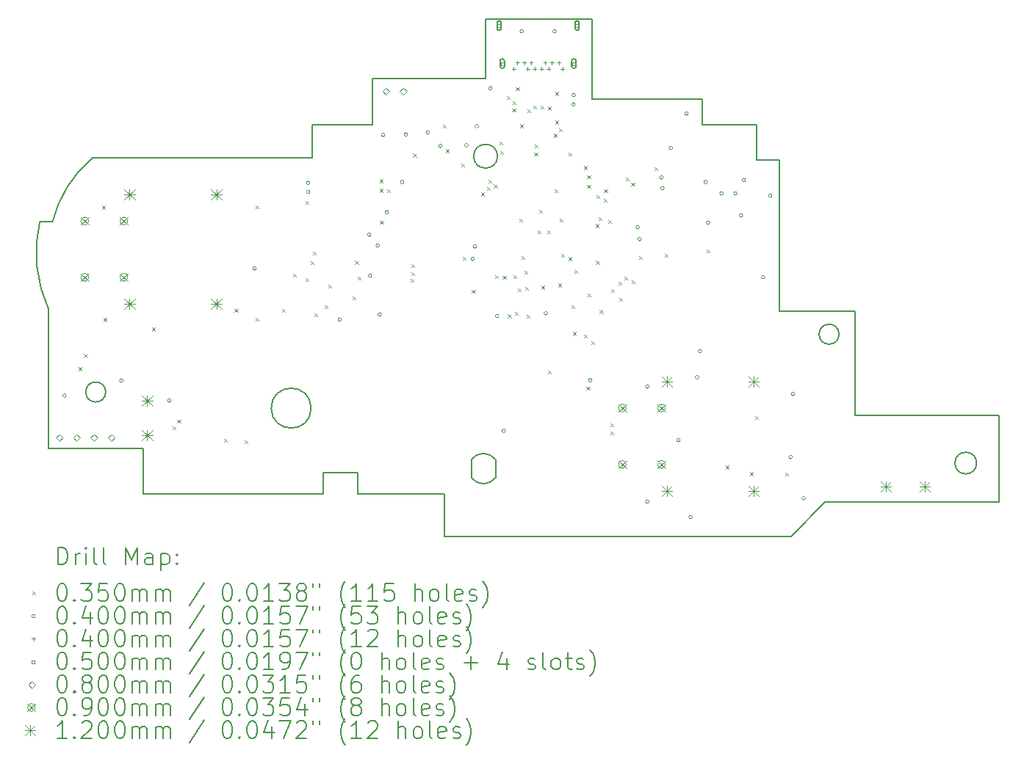
<source format=gbr>
%TF.GenerationSoftware,KiCad,Pcbnew,7.0.6*%
%TF.CreationDate,2023-12-22T13:27:46-08:00*%
%TF.ProjectId,procon_gcc_main_pcb,70726f63-6f6e-45f6-9763-635f6d61696e,1*%
%TF.SameCoordinates,Original*%
%TF.FileFunction,Drillmap*%
%TF.FilePolarity,Positive*%
%FSLAX45Y45*%
G04 Gerber Fmt 4.5, Leading zero omitted, Abs format (unit mm)*
G04 Created by KiCad (PCBNEW 7.0.6) date 2023-12-22 13:27:46*
%MOMM*%
%LPD*%
G01*
G04 APERTURE LIST*
%ADD10C,0.200000*%
%ADD11C,0.035000*%
%ADD12C,0.040000*%
%ADD13C,0.050000*%
%ADD14C,0.080000*%
%ADD15C,0.090000*%
%ADD16C,0.120000*%
G04 APERTURE END LIST*
D10*
X16360622Y-10811436D02*
X16630622Y-10811436D01*
X17155623Y-14761436D02*
X16765622Y-15161436D01*
X12765623Y-15161436D02*
X12765623Y-14671436D01*
X13378123Y-10771436D02*
G75*
G03*
X13378123Y-10771436I-137500J0D01*
G01*
X19155623Y-13761436D02*
X19155623Y-14761436D01*
X13355623Y-14270000D02*
G75*
G03*
X13075623Y-14270000I-140000J-105000D01*
G01*
X16630622Y-12561436D02*
X17500623Y-12561436D01*
X16360622Y-10411436D02*
X16360622Y-10811436D01*
X13240623Y-9871436D02*
X13240623Y-9186436D01*
X11765623Y-14421436D02*
X11365623Y-14421436D01*
X9295623Y-14141436D02*
X8205623Y-14141436D01*
X17500623Y-12561436D02*
X17500623Y-13761436D01*
X12765623Y-14671436D02*
X11765623Y-14671436D01*
X8705623Y-10791436D02*
X11240623Y-10791436D01*
X18900000Y-14311000D02*
G75*
G03*
X18900000Y-14311000I-125000J0D01*
G01*
X14470622Y-9186436D02*
X14470622Y-10111436D01*
X9295623Y-14671436D02*
X9295623Y-14141436D01*
X11940623Y-9871436D02*
X13240623Y-9871436D01*
X15740622Y-10111436D02*
X15740622Y-10411436D01*
X11365623Y-14671436D02*
X9295623Y-14671436D01*
X16765622Y-15161436D02*
X12765623Y-15161436D01*
X8101675Y-11525814D02*
X8249271Y-11525814D01*
X8205623Y-14141436D02*
X8205623Y-12541436D01*
X15740622Y-10411436D02*
X16360622Y-10411436D01*
X8862500Y-13491436D02*
G75*
G03*
X8862500Y-13491436I-115000J0D01*
G01*
X11240623Y-10411436D02*
X11940623Y-10411436D01*
X11765623Y-14671436D02*
X11765623Y-14421436D01*
X11230000Y-13677500D02*
G75*
G03*
X11230000Y-13677500I-230000J0D01*
G01*
X11240623Y-10791436D02*
X11240623Y-10411436D01*
X13240623Y-9186436D02*
X14470622Y-9186436D01*
X11365623Y-14421436D02*
X11365623Y-14671436D01*
X17500623Y-13761436D02*
X19155623Y-13761436D01*
X19155623Y-14761436D02*
X17155623Y-14761436D01*
X11940623Y-10411436D02*
X11940623Y-9871436D01*
X8101678Y-11525815D02*
G75*
G03*
X8205623Y-12541436I1538942J-355625D01*
G01*
X8705623Y-10791436D02*
G75*
G03*
X8249271Y-11525814I935000J-1089999D01*
G01*
X17315000Y-12825000D02*
G75*
G03*
X17315000Y-12825000I-115000J0D01*
G01*
X16630622Y-10811436D02*
X16630622Y-12561436D01*
X13075623Y-14480000D02*
G75*
G03*
X13355623Y-14480000I140000J105000D01*
G01*
X14470622Y-10111436D02*
X15740622Y-10111436D01*
X13075623Y-14480000D02*
X13075623Y-14270000D01*
X13355623Y-14270000D02*
X13355623Y-14480000D01*
D11*
X8552460Y-13205740D02*
X8587460Y-13240740D01*
X8587460Y-13205740D02*
X8552460Y-13240740D01*
X8613420Y-13053340D02*
X8648420Y-13088340D01*
X8648420Y-13053340D02*
X8613420Y-13088340D01*
X8821700Y-11343920D02*
X8856700Y-11378920D01*
X8856700Y-11343920D02*
X8821700Y-11378920D01*
X8834400Y-12639320D02*
X8869400Y-12674320D01*
X8869400Y-12639320D02*
X8834400Y-12674320D01*
X9398280Y-12748540D02*
X9433280Y-12783540D01*
X9433280Y-12748540D02*
X9398280Y-12783540D01*
X9634500Y-13886460D02*
X9669500Y-13921460D01*
X9669500Y-13886460D02*
X9634500Y-13921460D01*
X9687840Y-13812800D02*
X9722840Y-13847800D01*
X9722840Y-13812800D02*
X9687840Y-13847800D01*
X10223780Y-14028700D02*
X10258780Y-14063700D01*
X10258780Y-14028700D02*
X10223780Y-14063700D01*
X10348240Y-12530100D02*
X10383240Y-12565100D01*
X10383240Y-12530100D02*
X10348240Y-12565100D01*
X10465080Y-14051560D02*
X10500080Y-14086560D01*
X10500080Y-14051560D02*
X10465080Y-14086560D01*
X10589540Y-11341380D02*
X10624540Y-11376380D01*
X10624540Y-11341380D02*
X10589540Y-11376380D01*
X10592080Y-12636780D02*
X10627080Y-12671780D01*
X10627080Y-12636780D02*
X10592080Y-12671780D01*
X10891800Y-12530100D02*
X10926800Y-12565100D01*
X10926800Y-12530100D02*
X10891800Y-12565100D01*
X11023880Y-12123700D02*
X11058880Y-12158700D01*
X11058880Y-12123700D02*
X11023880Y-12158700D01*
X11166120Y-11285500D02*
X11201120Y-11320500D01*
X11201120Y-11285500D02*
X11166120Y-11320500D01*
X11168660Y-12174500D02*
X11203660Y-12209500D01*
X11203660Y-12174500D02*
X11168660Y-12209500D01*
X11224540Y-11984000D02*
X11259540Y-12019000D01*
X11259540Y-11984000D02*
X11224540Y-12019000D01*
X11247400Y-11874780D02*
X11282400Y-11909780D01*
X11282400Y-11874780D02*
X11247400Y-11909780D01*
X11267720Y-12583440D02*
X11302720Y-12618440D01*
X11302720Y-12583440D02*
X11267720Y-12618440D01*
X11387998Y-12490221D02*
X11422998Y-12525221D01*
X11422998Y-12490221D02*
X11387998Y-12525221D01*
X11430280Y-12253240D02*
X11465280Y-12288240D01*
X11465280Y-12253240D02*
X11430280Y-12288240D01*
X11707140Y-12390400D02*
X11742140Y-12425400D01*
X11742140Y-12390400D02*
X11707140Y-12425400D01*
X11737620Y-11978920D02*
X11772620Y-12013920D01*
X11772620Y-11978920D02*
X11737620Y-12013920D01*
X11765560Y-12161800D02*
X11800560Y-12196800D01*
X11800560Y-12161800D02*
X11765560Y-12196800D01*
X12019560Y-11148340D02*
X12054560Y-11183340D01*
X12054560Y-11148340D02*
X12019560Y-11183340D01*
X12022100Y-11039120D02*
X12057100Y-11074120D01*
X12057100Y-11039120D02*
X12022100Y-11074120D01*
X12024640Y-11519180D02*
X12059640Y-11554180D01*
X12059640Y-11519180D02*
X12024640Y-11554180D01*
X12105920Y-11153420D02*
X12140920Y-11188420D01*
X12140920Y-11153420D02*
X12105920Y-11188420D01*
X12377375Y-12189196D02*
X12412375Y-12224196D01*
X12412375Y-12189196D02*
X12377375Y-12224196D01*
X12385320Y-12014480D02*
X12420320Y-12049480D01*
X12420320Y-12014480D02*
X12385320Y-12049480D01*
X12385320Y-12108460D02*
X12420320Y-12143460D01*
X12420320Y-12108460D02*
X12385320Y-12143460D01*
X12405640Y-10742450D02*
X12440640Y-10777450D01*
X12440640Y-10742450D02*
X12405640Y-10777450D01*
X12746647Y-10409847D02*
X12781647Y-10444847D01*
X12781647Y-10409847D02*
X12746647Y-10444847D01*
X12784100Y-10691650D02*
X12819100Y-10726650D01*
X12819100Y-10691650D02*
X12784100Y-10726650D01*
X12961900Y-10858780D02*
X12996900Y-10893780D01*
X12996900Y-10858780D02*
X12961900Y-10893780D01*
X12979680Y-11930660D02*
X13014680Y-11965660D01*
X13014680Y-11930660D02*
X12979680Y-11965660D01*
X13083820Y-12314200D02*
X13118820Y-12349200D01*
X13118820Y-12314200D02*
X13083820Y-12349200D01*
X13191453Y-11191347D02*
X13226453Y-11226347D01*
X13226453Y-11191347D02*
X13191453Y-11226347D01*
X13254817Y-11129743D02*
X13289817Y-11164743D01*
X13289817Y-11129743D02*
X13254817Y-11164743D01*
X13271780Y-11041660D02*
X13306780Y-11076660D01*
X13306780Y-11041660D02*
X13271780Y-11076660D01*
X13337820Y-11097540D02*
X13372820Y-11132540D01*
X13372820Y-11097540D02*
X13337820Y-11132540D01*
X13353060Y-12146560D02*
X13388060Y-12181560D01*
X13388060Y-12146560D02*
X13353060Y-12181560D01*
X13403860Y-10604780D02*
X13438860Y-10639780D01*
X13438860Y-10604780D02*
X13403860Y-10639780D01*
X13410210Y-10716409D02*
X13445210Y-10751409D01*
X13445210Y-10716409D02*
X13410210Y-10751409D01*
X13439420Y-12149100D02*
X13474420Y-12184100D01*
X13474420Y-12149100D02*
X13439420Y-12184100D01*
X13485140Y-10079000D02*
X13520140Y-10114000D01*
X13520140Y-10079000D02*
X13485140Y-10114000D01*
X13497840Y-12596140D02*
X13532840Y-12631140D01*
X13532840Y-12596140D02*
X13497840Y-12631140D01*
X13548640Y-10221240D02*
X13583640Y-10256240D01*
X13583640Y-10221240D02*
X13548640Y-10256240D01*
X13551180Y-10134880D02*
X13586180Y-10169880D01*
X13586180Y-10134880D02*
X13551180Y-10169880D01*
X13563880Y-12146560D02*
X13598880Y-12181560D01*
X13598880Y-12146560D02*
X13563880Y-12181560D01*
X13581660Y-12568200D02*
X13616660Y-12603200D01*
X13616660Y-12568200D02*
X13581660Y-12603200D01*
X13591820Y-9974860D02*
X13626820Y-10009860D01*
X13626820Y-9974860D02*
X13591820Y-10009860D01*
X13612140Y-12296420D02*
X13647140Y-12331420D01*
X13647140Y-12296420D02*
X13612140Y-12331420D01*
X13627380Y-11493780D02*
X13662380Y-11528780D01*
X13662380Y-11493780D02*
X13627380Y-11528780D01*
X13638027Y-10404022D02*
X13673027Y-10439022D01*
X13673027Y-10404022D02*
X13638027Y-10439022D01*
X13657860Y-11925580D02*
X13692860Y-11960580D01*
X13692860Y-11925580D02*
X13657860Y-11960580D01*
X13689736Y-12095659D02*
X13724736Y-12130659D01*
X13724736Y-12095659D02*
X13689736Y-12130659D01*
X13698500Y-12281180D02*
X13733500Y-12316180D01*
X13733500Y-12281180D02*
X13698500Y-12316180D01*
X13716280Y-12598680D02*
X13751280Y-12633680D01*
X13751280Y-12598680D02*
X13716280Y-12633680D01*
X13719224Y-10228803D02*
X13754224Y-10263803D01*
X13754224Y-10228803D02*
X13719224Y-10263803D01*
X13793019Y-10186450D02*
X13828019Y-10221450D01*
X13828019Y-10186450D02*
X13793019Y-10221450D01*
X13803369Y-10727702D02*
X13838369Y-10762702D01*
X13838369Y-10727702D02*
X13803369Y-10762702D01*
X13803940Y-10635161D02*
X13838940Y-10670161D01*
X13838940Y-10635161D02*
X13803940Y-10670161D01*
X13844550Y-11630809D02*
X13879550Y-11665809D01*
X13879550Y-11630809D02*
X13844550Y-11665809D01*
X13861060Y-11392180D02*
X13896060Y-11427180D01*
X13896060Y-11392180D02*
X13861060Y-11427180D01*
X13878205Y-10189316D02*
X13913205Y-10224316D01*
X13913205Y-10189316D02*
X13878205Y-10224316D01*
X13881380Y-12265940D02*
X13916380Y-12300940D01*
X13916380Y-12265940D02*
X13881380Y-12300940D01*
X13948690Y-11625729D02*
X13983690Y-11660729D01*
X13983690Y-11625729D02*
X13948690Y-11660729D01*
X13957580Y-13246380D02*
X13992580Y-13281380D01*
X13992580Y-13246380D02*
X13957580Y-13281380D01*
X13962776Y-10200502D02*
X13997776Y-10235502D01*
X13997776Y-10200502D02*
X13962776Y-10235502D01*
X14029583Y-10513647D02*
X14064583Y-10548647D01*
X14064583Y-10513647D02*
X14029583Y-10548647D01*
X14037753Y-11150548D02*
X14072753Y-11185548D01*
X14072753Y-11150548D02*
X14037753Y-11185548D01*
X14041313Y-10360940D02*
X14076313Y-10395940D01*
X14076313Y-10360940D02*
X14041313Y-10395940D01*
X14041400Y-10030740D02*
X14076400Y-10065740D01*
X14076400Y-10030740D02*
X14041400Y-10065740D01*
X14075193Y-12241313D02*
X14110193Y-12276313D01*
X14110193Y-12241313D02*
X14075193Y-12276313D01*
X14088345Y-10451876D02*
X14123345Y-10486876D01*
X14123345Y-10451876D02*
X14088345Y-10486876D01*
X14094740Y-11488700D02*
X14129740Y-11523700D01*
X14129740Y-11488700D02*
X14094740Y-11523700D01*
X14115060Y-11897640D02*
X14150060Y-11932640D01*
X14150060Y-11897640D02*
X14115060Y-11932640D01*
X14193800Y-11935740D02*
X14228800Y-11970740D01*
X14228800Y-11935740D02*
X14193800Y-11970740D01*
X14196340Y-10731780D02*
X14231340Y-10766780D01*
X14231340Y-10731780D02*
X14196340Y-10766780D01*
X14231900Y-12492000D02*
X14266900Y-12527000D01*
X14266900Y-12492000D02*
X14231900Y-12527000D01*
X14249680Y-12799340D02*
X14284680Y-12834340D01*
X14284680Y-12799340D02*
X14249680Y-12834340D01*
X14264920Y-12086313D02*
X14299920Y-12121313D01*
X14299920Y-12086313D02*
X14264920Y-12121313D01*
X14371600Y-10886720D02*
X14406600Y-10921720D01*
X14406600Y-10886720D02*
X14371600Y-10921720D01*
X14371600Y-12827280D02*
X14406600Y-12862280D01*
X14406600Y-12827280D02*
X14371600Y-12862280D01*
X14404620Y-13429260D02*
X14439620Y-13464260D01*
X14439620Y-13429260D02*
X14404620Y-13464260D01*
X14412240Y-10993400D02*
X14447240Y-11028400D01*
X14447240Y-10993400D02*
X14412240Y-11028400D01*
X14412240Y-11102620D02*
X14447240Y-11137620D01*
X14447240Y-11102620D02*
X14412240Y-11137620D01*
X14419860Y-12352300D02*
X14454860Y-12387300D01*
X14454860Y-12352300D02*
X14419860Y-12387300D01*
X14457960Y-12906020D02*
X14492960Y-12941020D01*
X14492960Y-12906020D02*
X14457960Y-12941020D01*
X14511937Y-11555409D02*
X14546937Y-11590409D01*
X14546937Y-11555409D02*
X14511937Y-11590409D01*
X14513840Y-11978920D02*
X14548840Y-12013920D01*
X14548840Y-11978920D02*
X14513840Y-12013920D01*
X14516380Y-11219460D02*
X14551380Y-11254460D01*
X14551380Y-11219460D02*
X14516380Y-11254460D01*
X14541016Y-11473873D02*
X14576016Y-11508873D01*
X14576016Y-11473873D02*
X14541016Y-11508873D01*
X14557020Y-12545340D02*
X14592020Y-12580340D01*
X14592020Y-12545340D02*
X14557020Y-12580340D01*
X14599936Y-11262369D02*
X14634936Y-11297369D01*
X14634936Y-11262369D02*
X14599936Y-11297369D01*
X14607820Y-11153420D02*
X14642820Y-11188420D01*
X14642820Y-11153420D02*
X14607820Y-11188420D01*
X14651000Y-11506480D02*
X14686000Y-11541480D01*
X14686000Y-11506480D02*
X14651000Y-11541480D01*
X14681480Y-13853440D02*
X14716480Y-13888440D01*
X14716480Y-13853440D02*
X14681480Y-13888440D01*
X14681480Y-13944880D02*
X14716480Y-13979880D01*
X14716480Y-13944880D02*
X14681480Y-13979880D01*
X14686560Y-12306580D02*
X14721560Y-12341580D01*
X14721560Y-12306580D02*
X14686560Y-12341580D01*
X14775460Y-12220220D02*
X14810460Y-12255220D01*
X14810460Y-12220220D02*
X14775460Y-12255220D01*
X14778000Y-12403100D02*
X14813000Y-12438100D01*
X14813000Y-12403100D02*
X14778000Y-12438100D01*
X14841500Y-12161800D02*
X14876500Y-12196800D01*
X14876500Y-12161800D02*
X14841500Y-12196800D01*
X14859280Y-11019440D02*
X14894280Y-11054440D01*
X14894280Y-11019440D02*
X14859280Y-11054440D01*
X14920240Y-11079760D02*
X14955240Y-11114760D01*
X14955240Y-11079760D02*
X14920240Y-11114760D01*
X14921255Y-12201870D02*
X14956255Y-12236870D01*
X14956255Y-12201870D02*
X14921255Y-12236870D01*
X15009140Y-11923040D02*
X15044140Y-11958040D01*
X15044140Y-11923040D02*
X15009140Y-11958040D01*
X15185239Y-10899148D02*
X15220239Y-10934148D01*
X15220239Y-10899148D02*
X15185239Y-10934148D01*
X15306320Y-11900180D02*
X15341320Y-11935180D01*
X15341320Y-11900180D02*
X15306320Y-11935180D01*
X15788074Y-11843795D02*
X15823074Y-11878795D01*
X15823074Y-11843795D02*
X15788074Y-11878795D01*
X16007360Y-14341120D02*
X16042360Y-14376120D01*
X16042360Y-14341120D02*
X16007360Y-14376120D01*
X16286760Y-14417320D02*
X16321760Y-14452320D01*
X16321760Y-14417320D02*
X16286760Y-14452320D01*
X16345180Y-13767080D02*
X16380180Y-13802080D01*
X16380180Y-13767080D02*
X16345180Y-13802080D01*
X16695700Y-14419860D02*
X16730700Y-14454860D01*
X16730700Y-14419860D02*
X16695700Y-14454860D01*
D12*
X8407080Y-13533120D02*
G75*
G03*
X8407080Y-13533120I-20000J0D01*
G01*
X9062400Y-13360400D02*
G75*
G03*
X9062400Y-13360400I-20000J0D01*
G01*
X9616120Y-13591540D02*
G75*
G03*
X9616120Y-13591540I-20000J0D01*
G01*
X10596560Y-12067540D02*
G75*
G03*
X10596560Y-12067540I-20000J0D01*
G01*
X11216320Y-11077780D02*
G75*
G03*
X11216320Y-11077780I-20000J0D01*
G01*
X11216320Y-11182780D02*
G75*
G03*
X11216320Y-11182780I-20000J0D01*
G01*
X11579540Y-12656820D02*
G75*
G03*
X11579540Y-12656820I-20000J0D01*
G01*
X11920670Y-11677410D02*
G75*
G03*
X11920670Y-11677410I-20000J0D01*
G01*
X11927520Y-12148820D02*
G75*
G03*
X11927520Y-12148820I-20000J0D01*
G01*
X12018392Y-11802239D02*
G75*
G03*
X12018392Y-11802239I-20000J0D01*
G01*
X12039280Y-12598400D02*
G75*
G03*
X12039280Y-12598400I-20000J0D01*
G01*
X12079920Y-10525760D02*
G75*
G03*
X12079920Y-10525760I-20000J0D01*
G01*
X12123100Y-11417300D02*
G75*
G03*
X12123100Y-11417300I-20000J0D01*
G01*
X12298360Y-11069320D02*
G75*
G03*
X12298360Y-11069320I-20000J0D01*
G01*
X12341540Y-10520680D02*
G75*
G03*
X12341540Y-10520680I-20000J0D01*
G01*
X12592272Y-10495609D02*
G75*
G03*
X12592272Y-10495609I-20000J0D01*
G01*
X12737724Y-10652945D02*
G75*
G03*
X12737724Y-10652945I-20000J0D01*
G01*
X13039984Y-10644452D02*
G75*
G03*
X13039984Y-10644452I-20000J0D01*
G01*
X13111160Y-11955780D02*
G75*
G03*
X13111160Y-11955780I-20000J0D01*
G01*
X13139100Y-11813540D02*
G75*
G03*
X13139100Y-11813540I-20000J0D01*
G01*
X13159420Y-10424160D02*
G75*
G03*
X13159420Y-10424160I-20000J0D01*
G01*
X13316900Y-9987280D02*
G75*
G03*
X13316900Y-9987280I-20000J0D01*
G01*
X13393100Y-12613640D02*
G75*
G03*
X13393100Y-12613640I-20000J0D01*
G01*
X13469300Y-13939520D02*
G75*
G03*
X13469300Y-13939520I-20000J0D01*
G01*
X13677580Y-9329420D02*
G75*
G03*
X13677580Y-9329420I-20000J0D01*
G01*
X13954440Y-12583160D02*
G75*
G03*
X13954440Y-12583160I-20000J0D01*
G01*
X14056040Y-9329420D02*
G75*
G03*
X14056040Y-9329420I-20000J0D01*
G01*
X14274480Y-10172700D02*
G75*
G03*
X14274480Y-10172700I-20000J0D01*
G01*
X14277020Y-10066020D02*
G75*
G03*
X14277020Y-10066020I-20000J0D01*
G01*
X14467520Y-13357860D02*
G75*
G03*
X14467520Y-13357860I-20000J0D01*
G01*
X15013620Y-11590020D02*
G75*
G03*
X15013620Y-11590020I-20000J0D01*
G01*
X15036480Y-11727180D02*
G75*
G03*
X15036480Y-11727180I-20000J0D01*
G01*
X15125380Y-13428980D02*
G75*
G03*
X15125380Y-13428980I-20000J0D01*
G01*
X15125380Y-14754860D02*
G75*
G03*
X15125380Y-14754860I-20000J0D01*
G01*
X15285720Y-11016300D02*
G75*
G03*
X15285720Y-11016300I-20000J0D01*
G01*
X15298420Y-11140760D02*
G75*
G03*
X15298420Y-11140760I-20000J0D01*
G01*
X15395000Y-10675000D02*
G75*
G03*
X15395000Y-10675000I-20000J0D01*
G01*
X15483520Y-14048740D02*
G75*
G03*
X15483520Y-14048740I-20000J0D01*
G01*
X15575000Y-10280000D02*
G75*
G03*
X15575000Y-10280000I-20000J0D01*
G01*
X15623220Y-14932660D02*
G75*
G03*
X15623220Y-14932660I-20000J0D01*
G01*
X15699420Y-13322300D02*
G75*
G03*
X15699420Y-13322300I-20000J0D01*
G01*
X15732440Y-13022580D02*
G75*
G03*
X15732440Y-13022580I-20000J0D01*
G01*
X15798203Y-11069043D02*
G75*
G03*
X15798203Y-11069043I-20000J0D01*
G01*
X15825574Y-11536680D02*
G75*
G03*
X15825574Y-11536680I-20000J0D01*
G01*
X15980710Y-11201515D02*
G75*
G03*
X15980710Y-11201515I-20000J0D01*
G01*
X16139927Y-11200979D02*
G75*
G03*
X16139927Y-11200979I-20000J0D01*
G01*
X16206212Y-11456036D02*
G75*
G03*
X16206212Y-11456036I-20000J0D01*
G01*
X16237590Y-11047859D02*
G75*
G03*
X16237590Y-11047859I-20000J0D01*
G01*
X16460150Y-12167870D02*
G75*
G03*
X16460150Y-12167870I-20000J0D01*
G01*
X16542700Y-11224260D02*
G75*
G03*
X16542700Y-11224260I-20000J0D01*
G01*
X16776380Y-14241780D02*
G75*
G03*
X16776380Y-14241780I-20000J0D01*
G01*
X16804320Y-13515340D02*
G75*
G03*
X16804320Y-13515340I-20000J0D01*
G01*
X16926240Y-14716760D02*
G75*
G03*
X16926240Y-14716760I-20000J0D01*
G01*
X13566000Y-9742500D02*
X13566000Y-9782500D01*
X13546000Y-9762500D02*
X13586000Y-9762500D01*
X13606000Y-9672500D02*
X13606000Y-9712500D01*
X13586000Y-9692500D02*
X13626000Y-9692500D01*
X13686000Y-9672500D02*
X13686000Y-9712500D01*
X13666000Y-9692500D02*
X13706000Y-9692500D01*
X13726000Y-9742500D02*
X13726000Y-9782500D01*
X13706000Y-9762500D02*
X13746000Y-9762500D01*
X13766000Y-9672500D02*
X13766000Y-9712500D01*
X13746000Y-9692500D02*
X13786000Y-9692500D01*
X13806000Y-9742500D02*
X13806000Y-9782500D01*
X13786000Y-9762500D02*
X13826000Y-9762500D01*
X13886000Y-9742500D02*
X13886000Y-9782500D01*
X13866000Y-9762500D02*
X13906000Y-9762500D01*
X13926000Y-9672500D02*
X13926000Y-9712500D01*
X13906000Y-9692500D02*
X13946000Y-9692500D01*
X13966000Y-9742500D02*
X13966000Y-9782500D01*
X13946000Y-9762500D02*
X13986000Y-9762500D01*
X14006000Y-9672500D02*
X14006000Y-9712500D01*
X13986000Y-9692500D02*
X14026000Y-9692500D01*
X14086000Y-9672500D02*
X14086000Y-9712500D01*
X14066000Y-9692500D02*
X14106000Y-9692500D01*
X14126000Y-9742500D02*
X14126000Y-9782500D01*
X14106000Y-9762500D02*
X14146000Y-9762500D01*
D13*
X13414678Y-9281178D02*
X13414678Y-9245822D01*
X13379322Y-9245822D01*
X13379322Y-9281178D01*
X13414678Y-9281178D01*
D10*
X13422000Y-9293500D02*
X13422000Y-9233500D01*
X13422000Y-9233500D02*
G75*
G03*
X13372000Y-9233500I-25000J0D01*
G01*
X13372000Y-9233500D02*
X13372000Y-9293500D01*
X13372000Y-9293500D02*
G75*
G03*
X13422000Y-9293500I25000J0D01*
G01*
D13*
X13450678Y-9720178D02*
X13450678Y-9684822D01*
X13415322Y-9684822D01*
X13415322Y-9720178D01*
X13450678Y-9720178D01*
D10*
X13458000Y-9732500D02*
X13458000Y-9672500D01*
X13458000Y-9672500D02*
G75*
G03*
X13408000Y-9672500I-25000J0D01*
G01*
X13408000Y-9672500D02*
X13408000Y-9732500D01*
X13408000Y-9732500D02*
G75*
G03*
X13458000Y-9732500I25000J0D01*
G01*
D13*
X14276678Y-9720178D02*
X14276678Y-9684822D01*
X14241322Y-9684822D01*
X14241322Y-9720178D01*
X14276678Y-9720178D01*
D10*
X14284000Y-9732500D02*
X14284000Y-9672500D01*
X14284000Y-9672500D02*
G75*
G03*
X14234000Y-9672500I-25000J0D01*
G01*
X14234000Y-9672500D02*
X14234000Y-9732500D01*
X14234000Y-9732500D02*
G75*
G03*
X14284000Y-9732500I25000J0D01*
G01*
D13*
X14312678Y-9281178D02*
X14312678Y-9245822D01*
X14277322Y-9245822D01*
X14277322Y-9281178D01*
X14312678Y-9281178D01*
D10*
X14320000Y-9293500D02*
X14320000Y-9233500D01*
X14320000Y-9233500D02*
G75*
G03*
X14270000Y-9233500I-25000J0D01*
G01*
X14270000Y-9233500D02*
X14270000Y-9293500D01*
X14270000Y-9293500D02*
G75*
G03*
X14320000Y-9293500I25000J0D01*
G01*
D14*
X8327440Y-14058260D02*
X8367440Y-14018260D01*
X8327440Y-13978260D01*
X8287440Y-14018260D01*
X8327440Y-14058260D01*
X8527440Y-14058260D02*
X8567440Y-14018260D01*
X8527440Y-13978260D01*
X8487440Y-14018260D01*
X8527440Y-14058260D01*
X8727440Y-14058260D02*
X8767440Y-14018260D01*
X8727440Y-13978260D01*
X8687440Y-14018260D01*
X8727440Y-14058260D01*
X8927440Y-14058260D02*
X8967440Y-14018260D01*
X8927440Y-13978260D01*
X8887440Y-14018260D01*
X8927440Y-14058260D01*
X12092000Y-10062840D02*
X12132000Y-10022840D01*
X12092000Y-9982840D01*
X12052000Y-10022840D01*
X12092000Y-10062840D01*
X12292000Y-10062840D02*
X12332000Y-10022840D01*
X12292000Y-9982840D01*
X12252000Y-10022840D01*
X12292000Y-10062840D01*
D15*
X8577700Y-11473260D02*
X8667700Y-11563260D01*
X8667700Y-11473260D02*
X8577700Y-11563260D01*
X8667700Y-11518260D02*
G75*
G03*
X8667700Y-11518260I-45000J0D01*
G01*
X8577700Y-12123260D02*
X8667700Y-12213260D01*
X8667700Y-12123260D02*
X8577700Y-12213260D01*
X8667700Y-12168260D02*
G75*
G03*
X8667700Y-12168260I-45000J0D01*
G01*
X9027700Y-11473260D02*
X9117700Y-11563260D01*
X9117700Y-11473260D02*
X9027700Y-11563260D01*
X9117700Y-11518260D02*
G75*
G03*
X9117700Y-11518260I-45000J0D01*
G01*
X9027700Y-12123260D02*
X9117700Y-12213260D01*
X9117700Y-12123260D02*
X9027700Y-12213260D01*
X9117700Y-12168260D02*
G75*
G03*
X9117700Y-12168260I-45000J0D01*
G01*
X14772020Y-13632200D02*
X14862020Y-13722200D01*
X14862020Y-13632200D02*
X14772020Y-13722200D01*
X14862020Y-13677200D02*
G75*
G03*
X14862020Y-13677200I-45000J0D01*
G01*
X14772020Y-14282200D02*
X14862020Y-14372200D01*
X14862020Y-14282200D02*
X14772020Y-14372200D01*
X14862020Y-14327200D02*
G75*
G03*
X14862020Y-14327200I-45000J0D01*
G01*
X15222020Y-13632200D02*
X15312020Y-13722200D01*
X15312020Y-13632200D02*
X15222020Y-13722200D01*
X15312020Y-13677200D02*
G75*
G03*
X15312020Y-13677200I-45000J0D01*
G01*
X15222020Y-14282200D02*
X15312020Y-14372200D01*
X15312020Y-14282200D02*
X15222020Y-14372200D01*
X15312020Y-14327200D02*
G75*
G03*
X15312020Y-14327200I-45000J0D01*
G01*
D16*
X9077700Y-11150760D02*
X9197700Y-11270760D01*
X9197700Y-11150760D02*
X9077700Y-11270760D01*
X9137700Y-11150760D02*
X9137700Y-11270760D01*
X9077700Y-11210760D02*
X9197700Y-11210760D01*
X9077700Y-12415760D02*
X9197700Y-12535760D01*
X9197700Y-12415760D02*
X9077700Y-12535760D01*
X9137700Y-12415760D02*
X9137700Y-12535760D01*
X9077700Y-12475760D02*
X9197700Y-12475760D01*
X9281399Y-13530930D02*
X9401399Y-13650930D01*
X9401399Y-13530930D02*
X9281399Y-13650930D01*
X9341399Y-13530930D02*
X9341399Y-13650930D01*
X9281399Y-13590930D02*
X9401399Y-13590930D01*
X9281399Y-13930320D02*
X9401399Y-14050320D01*
X9401399Y-13930320D02*
X9281399Y-14050320D01*
X9341399Y-13930320D02*
X9341399Y-14050320D01*
X9281399Y-13990320D02*
X9401399Y-13990320D01*
X10077700Y-11150760D02*
X10197700Y-11270760D01*
X10197700Y-11150760D02*
X10077700Y-11270760D01*
X10137700Y-11150760D02*
X10137700Y-11270760D01*
X10077700Y-11210760D02*
X10197700Y-11210760D01*
X10077700Y-12415760D02*
X10197700Y-12535760D01*
X10197700Y-12415760D02*
X10077700Y-12535760D01*
X10137700Y-12415760D02*
X10137700Y-12535760D01*
X10077700Y-12475760D02*
X10197700Y-12475760D01*
X15272020Y-13309700D02*
X15392020Y-13429700D01*
X15392020Y-13309700D02*
X15272020Y-13429700D01*
X15332020Y-13309700D02*
X15332020Y-13429700D01*
X15272020Y-13369700D02*
X15392020Y-13369700D01*
X15272020Y-14574700D02*
X15392020Y-14694700D01*
X15392020Y-14574700D02*
X15272020Y-14694700D01*
X15332020Y-14574700D02*
X15332020Y-14694700D01*
X15272020Y-14634700D02*
X15392020Y-14634700D01*
X16272020Y-13309700D02*
X16392020Y-13429700D01*
X16392020Y-13309700D02*
X16272020Y-13429700D01*
X16332020Y-13309700D02*
X16332020Y-13429700D01*
X16272020Y-13369700D02*
X16392020Y-13369700D01*
X16272020Y-14574700D02*
X16392020Y-14694700D01*
X16392020Y-14574700D02*
X16272020Y-14694700D01*
X16332020Y-14574700D02*
X16332020Y-14694700D01*
X16272020Y-14634700D02*
X16392020Y-14634700D01*
X17796200Y-14524875D02*
X17916200Y-14644875D01*
X17916200Y-14524875D02*
X17796200Y-14644875D01*
X17856200Y-14524875D02*
X17856200Y-14644875D01*
X17796200Y-14584875D02*
X17916200Y-14584875D01*
X18246200Y-14524875D02*
X18366200Y-14644875D01*
X18366200Y-14524875D02*
X18246200Y-14644875D01*
X18306200Y-14524875D02*
X18306200Y-14644875D01*
X18246200Y-14584875D02*
X18366200Y-14584875D01*
D10*
X8311899Y-15482919D02*
X8311899Y-15282919D01*
X8311899Y-15282919D02*
X8359518Y-15282919D01*
X8359518Y-15282919D02*
X8388090Y-15292443D01*
X8388090Y-15292443D02*
X8407138Y-15311491D01*
X8407138Y-15311491D02*
X8416661Y-15330538D01*
X8416661Y-15330538D02*
X8426185Y-15368634D01*
X8426185Y-15368634D02*
X8426185Y-15397205D01*
X8426185Y-15397205D02*
X8416661Y-15435300D01*
X8416661Y-15435300D02*
X8407138Y-15454348D01*
X8407138Y-15454348D02*
X8388090Y-15473396D01*
X8388090Y-15473396D02*
X8359518Y-15482919D01*
X8359518Y-15482919D02*
X8311899Y-15482919D01*
X8511899Y-15482919D02*
X8511899Y-15349586D01*
X8511899Y-15387681D02*
X8521423Y-15368634D01*
X8521423Y-15368634D02*
X8530947Y-15359110D01*
X8530947Y-15359110D02*
X8549995Y-15349586D01*
X8549995Y-15349586D02*
X8569042Y-15349586D01*
X8635709Y-15482919D02*
X8635709Y-15349586D01*
X8635709Y-15282919D02*
X8626185Y-15292443D01*
X8626185Y-15292443D02*
X8635709Y-15301967D01*
X8635709Y-15301967D02*
X8645233Y-15292443D01*
X8645233Y-15292443D02*
X8635709Y-15282919D01*
X8635709Y-15282919D02*
X8635709Y-15301967D01*
X8759518Y-15482919D02*
X8740471Y-15473396D01*
X8740471Y-15473396D02*
X8730947Y-15454348D01*
X8730947Y-15454348D02*
X8730947Y-15282919D01*
X8864280Y-15482919D02*
X8845233Y-15473396D01*
X8845233Y-15473396D02*
X8835709Y-15454348D01*
X8835709Y-15454348D02*
X8835709Y-15282919D01*
X9092852Y-15482919D02*
X9092852Y-15282919D01*
X9092852Y-15282919D02*
X9159519Y-15425777D01*
X9159519Y-15425777D02*
X9226185Y-15282919D01*
X9226185Y-15282919D02*
X9226185Y-15482919D01*
X9407138Y-15482919D02*
X9407138Y-15378158D01*
X9407138Y-15378158D02*
X9397614Y-15359110D01*
X9397614Y-15359110D02*
X9378566Y-15349586D01*
X9378566Y-15349586D02*
X9340471Y-15349586D01*
X9340471Y-15349586D02*
X9321423Y-15359110D01*
X9407138Y-15473396D02*
X9388090Y-15482919D01*
X9388090Y-15482919D02*
X9340471Y-15482919D01*
X9340471Y-15482919D02*
X9321423Y-15473396D01*
X9321423Y-15473396D02*
X9311899Y-15454348D01*
X9311899Y-15454348D02*
X9311899Y-15435300D01*
X9311899Y-15435300D02*
X9321423Y-15416253D01*
X9321423Y-15416253D02*
X9340471Y-15406729D01*
X9340471Y-15406729D02*
X9388090Y-15406729D01*
X9388090Y-15406729D02*
X9407138Y-15397205D01*
X9502376Y-15349586D02*
X9502376Y-15549586D01*
X9502376Y-15359110D02*
X9521423Y-15349586D01*
X9521423Y-15349586D02*
X9559519Y-15349586D01*
X9559519Y-15349586D02*
X9578566Y-15359110D01*
X9578566Y-15359110D02*
X9588090Y-15368634D01*
X9588090Y-15368634D02*
X9597614Y-15387681D01*
X9597614Y-15387681D02*
X9597614Y-15444824D01*
X9597614Y-15444824D02*
X9588090Y-15463872D01*
X9588090Y-15463872D02*
X9578566Y-15473396D01*
X9578566Y-15473396D02*
X9559519Y-15482919D01*
X9559519Y-15482919D02*
X9521423Y-15482919D01*
X9521423Y-15482919D02*
X9502376Y-15473396D01*
X9683328Y-15463872D02*
X9692852Y-15473396D01*
X9692852Y-15473396D02*
X9683328Y-15482919D01*
X9683328Y-15482919D02*
X9673804Y-15473396D01*
X9673804Y-15473396D02*
X9683328Y-15463872D01*
X9683328Y-15463872D02*
X9683328Y-15482919D01*
X9683328Y-15359110D02*
X9692852Y-15368634D01*
X9692852Y-15368634D02*
X9683328Y-15378158D01*
X9683328Y-15378158D02*
X9673804Y-15368634D01*
X9673804Y-15368634D02*
X9683328Y-15359110D01*
X9683328Y-15359110D02*
X9683328Y-15378158D01*
D11*
X8016123Y-15793936D02*
X8051123Y-15828936D01*
X8051123Y-15793936D02*
X8016123Y-15828936D01*
D10*
X8349995Y-15702919D02*
X8369042Y-15702919D01*
X8369042Y-15702919D02*
X8388090Y-15712443D01*
X8388090Y-15712443D02*
X8397614Y-15721967D01*
X8397614Y-15721967D02*
X8407138Y-15741015D01*
X8407138Y-15741015D02*
X8416661Y-15779110D01*
X8416661Y-15779110D02*
X8416661Y-15826729D01*
X8416661Y-15826729D02*
X8407138Y-15864824D01*
X8407138Y-15864824D02*
X8397614Y-15883872D01*
X8397614Y-15883872D02*
X8388090Y-15893396D01*
X8388090Y-15893396D02*
X8369042Y-15902919D01*
X8369042Y-15902919D02*
X8349995Y-15902919D01*
X8349995Y-15902919D02*
X8330947Y-15893396D01*
X8330947Y-15893396D02*
X8321423Y-15883872D01*
X8321423Y-15883872D02*
X8311899Y-15864824D01*
X8311899Y-15864824D02*
X8302376Y-15826729D01*
X8302376Y-15826729D02*
X8302376Y-15779110D01*
X8302376Y-15779110D02*
X8311899Y-15741015D01*
X8311899Y-15741015D02*
X8321423Y-15721967D01*
X8321423Y-15721967D02*
X8330947Y-15712443D01*
X8330947Y-15712443D02*
X8349995Y-15702919D01*
X8502376Y-15883872D02*
X8511899Y-15893396D01*
X8511899Y-15893396D02*
X8502376Y-15902919D01*
X8502376Y-15902919D02*
X8492852Y-15893396D01*
X8492852Y-15893396D02*
X8502376Y-15883872D01*
X8502376Y-15883872D02*
X8502376Y-15902919D01*
X8578566Y-15702919D02*
X8702376Y-15702919D01*
X8702376Y-15702919D02*
X8635709Y-15779110D01*
X8635709Y-15779110D02*
X8664280Y-15779110D01*
X8664280Y-15779110D02*
X8683328Y-15788634D01*
X8683328Y-15788634D02*
X8692852Y-15798158D01*
X8692852Y-15798158D02*
X8702376Y-15817205D01*
X8702376Y-15817205D02*
X8702376Y-15864824D01*
X8702376Y-15864824D02*
X8692852Y-15883872D01*
X8692852Y-15883872D02*
X8683328Y-15893396D01*
X8683328Y-15893396D02*
X8664280Y-15902919D01*
X8664280Y-15902919D02*
X8607138Y-15902919D01*
X8607138Y-15902919D02*
X8588090Y-15893396D01*
X8588090Y-15893396D02*
X8578566Y-15883872D01*
X8883328Y-15702919D02*
X8788090Y-15702919D01*
X8788090Y-15702919D02*
X8778566Y-15798158D01*
X8778566Y-15798158D02*
X8788090Y-15788634D01*
X8788090Y-15788634D02*
X8807138Y-15779110D01*
X8807138Y-15779110D02*
X8854757Y-15779110D01*
X8854757Y-15779110D02*
X8873804Y-15788634D01*
X8873804Y-15788634D02*
X8883328Y-15798158D01*
X8883328Y-15798158D02*
X8892852Y-15817205D01*
X8892852Y-15817205D02*
X8892852Y-15864824D01*
X8892852Y-15864824D02*
X8883328Y-15883872D01*
X8883328Y-15883872D02*
X8873804Y-15893396D01*
X8873804Y-15893396D02*
X8854757Y-15902919D01*
X8854757Y-15902919D02*
X8807138Y-15902919D01*
X8807138Y-15902919D02*
X8788090Y-15893396D01*
X8788090Y-15893396D02*
X8778566Y-15883872D01*
X9016661Y-15702919D02*
X9035709Y-15702919D01*
X9035709Y-15702919D02*
X9054757Y-15712443D01*
X9054757Y-15712443D02*
X9064280Y-15721967D01*
X9064280Y-15721967D02*
X9073804Y-15741015D01*
X9073804Y-15741015D02*
X9083328Y-15779110D01*
X9083328Y-15779110D02*
X9083328Y-15826729D01*
X9083328Y-15826729D02*
X9073804Y-15864824D01*
X9073804Y-15864824D02*
X9064280Y-15883872D01*
X9064280Y-15883872D02*
X9054757Y-15893396D01*
X9054757Y-15893396D02*
X9035709Y-15902919D01*
X9035709Y-15902919D02*
X9016661Y-15902919D01*
X9016661Y-15902919D02*
X8997614Y-15893396D01*
X8997614Y-15893396D02*
X8988090Y-15883872D01*
X8988090Y-15883872D02*
X8978566Y-15864824D01*
X8978566Y-15864824D02*
X8969042Y-15826729D01*
X8969042Y-15826729D02*
X8969042Y-15779110D01*
X8969042Y-15779110D02*
X8978566Y-15741015D01*
X8978566Y-15741015D02*
X8988090Y-15721967D01*
X8988090Y-15721967D02*
X8997614Y-15712443D01*
X8997614Y-15712443D02*
X9016661Y-15702919D01*
X9169042Y-15902919D02*
X9169042Y-15769586D01*
X9169042Y-15788634D02*
X9178566Y-15779110D01*
X9178566Y-15779110D02*
X9197614Y-15769586D01*
X9197614Y-15769586D02*
X9226185Y-15769586D01*
X9226185Y-15769586D02*
X9245233Y-15779110D01*
X9245233Y-15779110D02*
X9254757Y-15798158D01*
X9254757Y-15798158D02*
X9254757Y-15902919D01*
X9254757Y-15798158D02*
X9264280Y-15779110D01*
X9264280Y-15779110D02*
X9283328Y-15769586D01*
X9283328Y-15769586D02*
X9311899Y-15769586D01*
X9311899Y-15769586D02*
X9330947Y-15779110D01*
X9330947Y-15779110D02*
X9340471Y-15798158D01*
X9340471Y-15798158D02*
X9340471Y-15902919D01*
X9435709Y-15902919D02*
X9435709Y-15769586D01*
X9435709Y-15788634D02*
X9445233Y-15779110D01*
X9445233Y-15779110D02*
X9464280Y-15769586D01*
X9464280Y-15769586D02*
X9492852Y-15769586D01*
X9492852Y-15769586D02*
X9511900Y-15779110D01*
X9511900Y-15779110D02*
X9521423Y-15798158D01*
X9521423Y-15798158D02*
X9521423Y-15902919D01*
X9521423Y-15798158D02*
X9530947Y-15779110D01*
X9530947Y-15779110D02*
X9549995Y-15769586D01*
X9549995Y-15769586D02*
X9578566Y-15769586D01*
X9578566Y-15769586D02*
X9597614Y-15779110D01*
X9597614Y-15779110D02*
X9607138Y-15798158D01*
X9607138Y-15798158D02*
X9607138Y-15902919D01*
X9997614Y-15693396D02*
X9826185Y-15950538D01*
X10254757Y-15702919D02*
X10273804Y-15702919D01*
X10273804Y-15702919D02*
X10292852Y-15712443D01*
X10292852Y-15712443D02*
X10302376Y-15721967D01*
X10302376Y-15721967D02*
X10311900Y-15741015D01*
X10311900Y-15741015D02*
X10321423Y-15779110D01*
X10321423Y-15779110D02*
X10321423Y-15826729D01*
X10321423Y-15826729D02*
X10311900Y-15864824D01*
X10311900Y-15864824D02*
X10302376Y-15883872D01*
X10302376Y-15883872D02*
X10292852Y-15893396D01*
X10292852Y-15893396D02*
X10273804Y-15902919D01*
X10273804Y-15902919D02*
X10254757Y-15902919D01*
X10254757Y-15902919D02*
X10235709Y-15893396D01*
X10235709Y-15893396D02*
X10226185Y-15883872D01*
X10226185Y-15883872D02*
X10216662Y-15864824D01*
X10216662Y-15864824D02*
X10207138Y-15826729D01*
X10207138Y-15826729D02*
X10207138Y-15779110D01*
X10207138Y-15779110D02*
X10216662Y-15741015D01*
X10216662Y-15741015D02*
X10226185Y-15721967D01*
X10226185Y-15721967D02*
X10235709Y-15712443D01*
X10235709Y-15712443D02*
X10254757Y-15702919D01*
X10407138Y-15883872D02*
X10416662Y-15893396D01*
X10416662Y-15893396D02*
X10407138Y-15902919D01*
X10407138Y-15902919D02*
X10397614Y-15893396D01*
X10397614Y-15893396D02*
X10407138Y-15883872D01*
X10407138Y-15883872D02*
X10407138Y-15902919D01*
X10540471Y-15702919D02*
X10559519Y-15702919D01*
X10559519Y-15702919D02*
X10578566Y-15712443D01*
X10578566Y-15712443D02*
X10588090Y-15721967D01*
X10588090Y-15721967D02*
X10597614Y-15741015D01*
X10597614Y-15741015D02*
X10607138Y-15779110D01*
X10607138Y-15779110D02*
X10607138Y-15826729D01*
X10607138Y-15826729D02*
X10597614Y-15864824D01*
X10597614Y-15864824D02*
X10588090Y-15883872D01*
X10588090Y-15883872D02*
X10578566Y-15893396D01*
X10578566Y-15893396D02*
X10559519Y-15902919D01*
X10559519Y-15902919D02*
X10540471Y-15902919D01*
X10540471Y-15902919D02*
X10521423Y-15893396D01*
X10521423Y-15893396D02*
X10511900Y-15883872D01*
X10511900Y-15883872D02*
X10502376Y-15864824D01*
X10502376Y-15864824D02*
X10492852Y-15826729D01*
X10492852Y-15826729D02*
X10492852Y-15779110D01*
X10492852Y-15779110D02*
X10502376Y-15741015D01*
X10502376Y-15741015D02*
X10511900Y-15721967D01*
X10511900Y-15721967D02*
X10521423Y-15712443D01*
X10521423Y-15712443D02*
X10540471Y-15702919D01*
X10797614Y-15902919D02*
X10683328Y-15902919D01*
X10740471Y-15902919D02*
X10740471Y-15702919D01*
X10740471Y-15702919D02*
X10721423Y-15731491D01*
X10721423Y-15731491D02*
X10702376Y-15750538D01*
X10702376Y-15750538D02*
X10683328Y-15760062D01*
X10864281Y-15702919D02*
X10988090Y-15702919D01*
X10988090Y-15702919D02*
X10921423Y-15779110D01*
X10921423Y-15779110D02*
X10949995Y-15779110D01*
X10949995Y-15779110D02*
X10969043Y-15788634D01*
X10969043Y-15788634D02*
X10978566Y-15798158D01*
X10978566Y-15798158D02*
X10988090Y-15817205D01*
X10988090Y-15817205D02*
X10988090Y-15864824D01*
X10988090Y-15864824D02*
X10978566Y-15883872D01*
X10978566Y-15883872D02*
X10969043Y-15893396D01*
X10969043Y-15893396D02*
X10949995Y-15902919D01*
X10949995Y-15902919D02*
X10892852Y-15902919D01*
X10892852Y-15902919D02*
X10873804Y-15893396D01*
X10873804Y-15893396D02*
X10864281Y-15883872D01*
X11102376Y-15788634D02*
X11083328Y-15779110D01*
X11083328Y-15779110D02*
X11073804Y-15769586D01*
X11073804Y-15769586D02*
X11064281Y-15750538D01*
X11064281Y-15750538D02*
X11064281Y-15741015D01*
X11064281Y-15741015D02*
X11073804Y-15721967D01*
X11073804Y-15721967D02*
X11083328Y-15712443D01*
X11083328Y-15712443D02*
X11102376Y-15702919D01*
X11102376Y-15702919D02*
X11140471Y-15702919D01*
X11140471Y-15702919D02*
X11159519Y-15712443D01*
X11159519Y-15712443D02*
X11169043Y-15721967D01*
X11169043Y-15721967D02*
X11178566Y-15741015D01*
X11178566Y-15741015D02*
X11178566Y-15750538D01*
X11178566Y-15750538D02*
X11169043Y-15769586D01*
X11169043Y-15769586D02*
X11159519Y-15779110D01*
X11159519Y-15779110D02*
X11140471Y-15788634D01*
X11140471Y-15788634D02*
X11102376Y-15788634D01*
X11102376Y-15788634D02*
X11083328Y-15798158D01*
X11083328Y-15798158D02*
X11073804Y-15807681D01*
X11073804Y-15807681D02*
X11064281Y-15826729D01*
X11064281Y-15826729D02*
X11064281Y-15864824D01*
X11064281Y-15864824D02*
X11073804Y-15883872D01*
X11073804Y-15883872D02*
X11083328Y-15893396D01*
X11083328Y-15893396D02*
X11102376Y-15902919D01*
X11102376Y-15902919D02*
X11140471Y-15902919D01*
X11140471Y-15902919D02*
X11159519Y-15893396D01*
X11159519Y-15893396D02*
X11169043Y-15883872D01*
X11169043Y-15883872D02*
X11178566Y-15864824D01*
X11178566Y-15864824D02*
X11178566Y-15826729D01*
X11178566Y-15826729D02*
X11169043Y-15807681D01*
X11169043Y-15807681D02*
X11159519Y-15798158D01*
X11159519Y-15798158D02*
X11140471Y-15788634D01*
X11254757Y-15702919D02*
X11254757Y-15741015D01*
X11330947Y-15702919D02*
X11330947Y-15741015D01*
X11626185Y-15979110D02*
X11616662Y-15969586D01*
X11616662Y-15969586D02*
X11597614Y-15941015D01*
X11597614Y-15941015D02*
X11588090Y-15921967D01*
X11588090Y-15921967D02*
X11578566Y-15893396D01*
X11578566Y-15893396D02*
X11569043Y-15845777D01*
X11569043Y-15845777D02*
X11569043Y-15807681D01*
X11569043Y-15807681D02*
X11578566Y-15760062D01*
X11578566Y-15760062D02*
X11588090Y-15731491D01*
X11588090Y-15731491D02*
X11597614Y-15712443D01*
X11597614Y-15712443D02*
X11616662Y-15683872D01*
X11616662Y-15683872D02*
X11626185Y-15674348D01*
X11807138Y-15902919D02*
X11692852Y-15902919D01*
X11749995Y-15902919D02*
X11749995Y-15702919D01*
X11749995Y-15702919D02*
X11730947Y-15731491D01*
X11730947Y-15731491D02*
X11711900Y-15750538D01*
X11711900Y-15750538D02*
X11692852Y-15760062D01*
X11997614Y-15902919D02*
X11883328Y-15902919D01*
X11940471Y-15902919D02*
X11940471Y-15702919D01*
X11940471Y-15702919D02*
X11921423Y-15731491D01*
X11921423Y-15731491D02*
X11902376Y-15750538D01*
X11902376Y-15750538D02*
X11883328Y-15760062D01*
X12178566Y-15702919D02*
X12083328Y-15702919D01*
X12083328Y-15702919D02*
X12073804Y-15798158D01*
X12073804Y-15798158D02*
X12083328Y-15788634D01*
X12083328Y-15788634D02*
X12102376Y-15779110D01*
X12102376Y-15779110D02*
X12149995Y-15779110D01*
X12149995Y-15779110D02*
X12169043Y-15788634D01*
X12169043Y-15788634D02*
X12178566Y-15798158D01*
X12178566Y-15798158D02*
X12188090Y-15817205D01*
X12188090Y-15817205D02*
X12188090Y-15864824D01*
X12188090Y-15864824D02*
X12178566Y-15883872D01*
X12178566Y-15883872D02*
X12169043Y-15893396D01*
X12169043Y-15893396D02*
X12149995Y-15902919D01*
X12149995Y-15902919D02*
X12102376Y-15902919D01*
X12102376Y-15902919D02*
X12083328Y-15893396D01*
X12083328Y-15893396D02*
X12073804Y-15883872D01*
X12426185Y-15902919D02*
X12426185Y-15702919D01*
X12511900Y-15902919D02*
X12511900Y-15798158D01*
X12511900Y-15798158D02*
X12502376Y-15779110D01*
X12502376Y-15779110D02*
X12483328Y-15769586D01*
X12483328Y-15769586D02*
X12454757Y-15769586D01*
X12454757Y-15769586D02*
X12435709Y-15779110D01*
X12435709Y-15779110D02*
X12426185Y-15788634D01*
X12635709Y-15902919D02*
X12616662Y-15893396D01*
X12616662Y-15893396D02*
X12607138Y-15883872D01*
X12607138Y-15883872D02*
X12597614Y-15864824D01*
X12597614Y-15864824D02*
X12597614Y-15807681D01*
X12597614Y-15807681D02*
X12607138Y-15788634D01*
X12607138Y-15788634D02*
X12616662Y-15779110D01*
X12616662Y-15779110D02*
X12635709Y-15769586D01*
X12635709Y-15769586D02*
X12664281Y-15769586D01*
X12664281Y-15769586D02*
X12683328Y-15779110D01*
X12683328Y-15779110D02*
X12692852Y-15788634D01*
X12692852Y-15788634D02*
X12702376Y-15807681D01*
X12702376Y-15807681D02*
X12702376Y-15864824D01*
X12702376Y-15864824D02*
X12692852Y-15883872D01*
X12692852Y-15883872D02*
X12683328Y-15893396D01*
X12683328Y-15893396D02*
X12664281Y-15902919D01*
X12664281Y-15902919D02*
X12635709Y-15902919D01*
X12816662Y-15902919D02*
X12797614Y-15893396D01*
X12797614Y-15893396D02*
X12788090Y-15874348D01*
X12788090Y-15874348D02*
X12788090Y-15702919D01*
X12969043Y-15893396D02*
X12949995Y-15902919D01*
X12949995Y-15902919D02*
X12911900Y-15902919D01*
X12911900Y-15902919D02*
X12892852Y-15893396D01*
X12892852Y-15893396D02*
X12883328Y-15874348D01*
X12883328Y-15874348D02*
X12883328Y-15798158D01*
X12883328Y-15798158D02*
X12892852Y-15779110D01*
X12892852Y-15779110D02*
X12911900Y-15769586D01*
X12911900Y-15769586D02*
X12949995Y-15769586D01*
X12949995Y-15769586D02*
X12969043Y-15779110D01*
X12969043Y-15779110D02*
X12978566Y-15798158D01*
X12978566Y-15798158D02*
X12978566Y-15817205D01*
X12978566Y-15817205D02*
X12883328Y-15836253D01*
X13054757Y-15893396D02*
X13073805Y-15902919D01*
X13073805Y-15902919D02*
X13111900Y-15902919D01*
X13111900Y-15902919D02*
X13130947Y-15893396D01*
X13130947Y-15893396D02*
X13140471Y-15874348D01*
X13140471Y-15874348D02*
X13140471Y-15864824D01*
X13140471Y-15864824D02*
X13130947Y-15845777D01*
X13130947Y-15845777D02*
X13111900Y-15836253D01*
X13111900Y-15836253D02*
X13083328Y-15836253D01*
X13083328Y-15836253D02*
X13064281Y-15826729D01*
X13064281Y-15826729D02*
X13054757Y-15807681D01*
X13054757Y-15807681D02*
X13054757Y-15798158D01*
X13054757Y-15798158D02*
X13064281Y-15779110D01*
X13064281Y-15779110D02*
X13083328Y-15769586D01*
X13083328Y-15769586D02*
X13111900Y-15769586D01*
X13111900Y-15769586D02*
X13130947Y-15779110D01*
X13207138Y-15979110D02*
X13216662Y-15969586D01*
X13216662Y-15969586D02*
X13235709Y-15941015D01*
X13235709Y-15941015D02*
X13245233Y-15921967D01*
X13245233Y-15921967D02*
X13254757Y-15893396D01*
X13254757Y-15893396D02*
X13264281Y-15845777D01*
X13264281Y-15845777D02*
X13264281Y-15807681D01*
X13264281Y-15807681D02*
X13254757Y-15760062D01*
X13254757Y-15760062D02*
X13245233Y-15731491D01*
X13245233Y-15731491D02*
X13235709Y-15712443D01*
X13235709Y-15712443D02*
X13216662Y-15683872D01*
X13216662Y-15683872D02*
X13207138Y-15674348D01*
D12*
X8051123Y-16075436D02*
G75*
G03*
X8051123Y-16075436I-20000J0D01*
G01*
D10*
X8349995Y-15966919D02*
X8369042Y-15966919D01*
X8369042Y-15966919D02*
X8388090Y-15976443D01*
X8388090Y-15976443D02*
X8397614Y-15985967D01*
X8397614Y-15985967D02*
X8407138Y-16005015D01*
X8407138Y-16005015D02*
X8416661Y-16043110D01*
X8416661Y-16043110D02*
X8416661Y-16090729D01*
X8416661Y-16090729D02*
X8407138Y-16128824D01*
X8407138Y-16128824D02*
X8397614Y-16147872D01*
X8397614Y-16147872D02*
X8388090Y-16157396D01*
X8388090Y-16157396D02*
X8369042Y-16166919D01*
X8369042Y-16166919D02*
X8349995Y-16166919D01*
X8349995Y-16166919D02*
X8330947Y-16157396D01*
X8330947Y-16157396D02*
X8321423Y-16147872D01*
X8321423Y-16147872D02*
X8311899Y-16128824D01*
X8311899Y-16128824D02*
X8302376Y-16090729D01*
X8302376Y-16090729D02*
X8302376Y-16043110D01*
X8302376Y-16043110D02*
X8311899Y-16005015D01*
X8311899Y-16005015D02*
X8321423Y-15985967D01*
X8321423Y-15985967D02*
X8330947Y-15976443D01*
X8330947Y-15976443D02*
X8349995Y-15966919D01*
X8502376Y-16147872D02*
X8511899Y-16157396D01*
X8511899Y-16157396D02*
X8502376Y-16166919D01*
X8502376Y-16166919D02*
X8492852Y-16157396D01*
X8492852Y-16157396D02*
X8502376Y-16147872D01*
X8502376Y-16147872D02*
X8502376Y-16166919D01*
X8683328Y-16033586D02*
X8683328Y-16166919D01*
X8635709Y-15957396D02*
X8588090Y-16100253D01*
X8588090Y-16100253D02*
X8711899Y-16100253D01*
X8826185Y-15966919D02*
X8845233Y-15966919D01*
X8845233Y-15966919D02*
X8864280Y-15976443D01*
X8864280Y-15976443D02*
X8873804Y-15985967D01*
X8873804Y-15985967D02*
X8883328Y-16005015D01*
X8883328Y-16005015D02*
X8892852Y-16043110D01*
X8892852Y-16043110D02*
X8892852Y-16090729D01*
X8892852Y-16090729D02*
X8883328Y-16128824D01*
X8883328Y-16128824D02*
X8873804Y-16147872D01*
X8873804Y-16147872D02*
X8864280Y-16157396D01*
X8864280Y-16157396D02*
X8845233Y-16166919D01*
X8845233Y-16166919D02*
X8826185Y-16166919D01*
X8826185Y-16166919D02*
X8807138Y-16157396D01*
X8807138Y-16157396D02*
X8797614Y-16147872D01*
X8797614Y-16147872D02*
X8788090Y-16128824D01*
X8788090Y-16128824D02*
X8778566Y-16090729D01*
X8778566Y-16090729D02*
X8778566Y-16043110D01*
X8778566Y-16043110D02*
X8788090Y-16005015D01*
X8788090Y-16005015D02*
X8797614Y-15985967D01*
X8797614Y-15985967D02*
X8807138Y-15976443D01*
X8807138Y-15976443D02*
X8826185Y-15966919D01*
X9016661Y-15966919D02*
X9035709Y-15966919D01*
X9035709Y-15966919D02*
X9054757Y-15976443D01*
X9054757Y-15976443D02*
X9064280Y-15985967D01*
X9064280Y-15985967D02*
X9073804Y-16005015D01*
X9073804Y-16005015D02*
X9083328Y-16043110D01*
X9083328Y-16043110D02*
X9083328Y-16090729D01*
X9083328Y-16090729D02*
X9073804Y-16128824D01*
X9073804Y-16128824D02*
X9064280Y-16147872D01*
X9064280Y-16147872D02*
X9054757Y-16157396D01*
X9054757Y-16157396D02*
X9035709Y-16166919D01*
X9035709Y-16166919D02*
X9016661Y-16166919D01*
X9016661Y-16166919D02*
X8997614Y-16157396D01*
X8997614Y-16157396D02*
X8988090Y-16147872D01*
X8988090Y-16147872D02*
X8978566Y-16128824D01*
X8978566Y-16128824D02*
X8969042Y-16090729D01*
X8969042Y-16090729D02*
X8969042Y-16043110D01*
X8969042Y-16043110D02*
X8978566Y-16005015D01*
X8978566Y-16005015D02*
X8988090Y-15985967D01*
X8988090Y-15985967D02*
X8997614Y-15976443D01*
X8997614Y-15976443D02*
X9016661Y-15966919D01*
X9169042Y-16166919D02*
X9169042Y-16033586D01*
X9169042Y-16052634D02*
X9178566Y-16043110D01*
X9178566Y-16043110D02*
X9197614Y-16033586D01*
X9197614Y-16033586D02*
X9226185Y-16033586D01*
X9226185Y-16033586D02*
X9245233Y-16043110D01*
X9245233Y-16043110D02*
X9254757Y-16062158D01*
X9254757Y-16062158D02*
X9254757Y-16166919D01*
X9254757Y-16062158D02*
X9264280Y-16043110D01*
X9264280Y-16043110D02*
X9283328Y-16033586D01*
X9283328Y-16033586D02*
X9311899Y-16033586D01*
X9311899Y-16033586D02*
X9330947Y-16043110D01*
X9330947Y-16043110D02*
X9340471Y-16062158D01*
X9340471Y-16062158D02*
X9340471Y-16166919D01*
X9435709Y-16166919D02*
X9435709Y-16033586D01*
X9435709Y-16052634D02*
X9445233Y-16043110D01*
X9445233Y-16043110D02*
X9464280Y-16033586D01*
X9464280Y-16033586D02*
X9492852Y-16033586D01*
X9492852Y-16033586D02*
X9511900Y-16043110D01*
X9511900Y-16043110D02*
X9521423Y-16062158D01*
X9521423Y-16062158D02*
X9521423Y-16166919D01*
X9521423Y-16062158D02*
X9530947Y-16043110D01*
X9530947Y-16043110D02*
X9549995Y-16033586D01*
X9549995Y-16033586D02*
X9578566Y-16033586D01*
X9578566Y-16033586D02*
X9597614Y-16043110D01*
X9597614Y-16043110D02*
X9607138Y-16062158D01*
X9607138Y-16062158D02*
X9607138Y-16166919D01*
X9997614Y-15957396D02*
X9826185Y-16214538D01*
X10254757Y-15966919D02*
X10273804Y-15966919D01*
X10273804Y-15966919D02*
X10292852Y-15976443D01*
X10292852Y-15976443D02*
X10302376Y-15985967D01*
X10302376Y-15985967D02*
X10311900Y-16005015D01*
X10311900Y-16005015D02*
X10321423Y-16043110D01*
X10321423Y-16043110D02*
X10321423Y-16090729D01*
X10321423Y-16090729D02*
X10311900Y-16128824D01*
X10311900Y-16128824D02*
X10302376Y-16147872D01*
X10302376Y-16147872D02*
X10292852Y-16157396D01*
X10292852Y-16157396D02*
X10273804Y-16166919D01*
X10273804Y-16166919D02*
X10254757Y-16166919D01*
X10254757Y-16166919D02*
X10235709Y-16157396D01*
X10235709Y-16157396D02*
X10226185Y-16147872D01*
X10226185Y-16147872D02*
X10216662Y-16128824D01*
X10216662Y-16128824D02*
X10207138Y-16090729D01*
X10207138Y-16090729D02*
X10207138Y-16043110D01*
X10207138Y-16043110D02*
X10216662Y-16005015D01*
X10216662Y-16005015D02*
X10226185Y-15985967D01*
X10226185Y-15985967D02*
X10235709Y-15976443D01*
X10235709Y-15976443D02*
X10254757Y-15966919D01*
X10407138Y-16147872D02*
X10416662Y-16157396D01*
X10416662Y-16157396D02*
X10407138Y-16166919D01*
X10407138Y-16166919D02*
X10397614Y-16157396D01*
X10397614Y-16157396D02*
X10407138Y-16147872D01*
X10407138Y-16147872D02*
X10407138Y-16166919D01*
X10540471Y-15966919D02*
X10559519Y-15966919D01*
X10559519Y-15966919D02*
X10578566Y-15976443D01*
X10578566Y-15976443D02*
X10588090Y-15985967D01*
X10588090Y-15985967D02*
X10597614Y-16005015D01*
X10597614Y-16005015D02*
X10607138Y-16043110D01*
X10607138Y-16043110D02*
X10607138Y-16090729D01*
X10607138Y-16090729D02*
X10597614Y-16128824D01*
X10597614Y-16128824D02*
X10588090Y-16147872D01*
X10588090Y-16147872D02*
X10578566Y-16157396D01*
X10578566Y-16157396D02*
X10559519Y-16166919D01*
X10559519Y-16166919D02*
X10540471Y-16166919D01*
X10540471Y-16166919D02*
X10521423Y-16157396D01*
X10521423Y-16157396D02*
X10511900Y-16147872D01*
X10511900Y-16147872D02*
X10502376Y-16128824D01*
X10502376Y-16128824D02*
X10492852Y-16090729D01*
X10492852Y-16090729D02*
X10492852Y-16043110D01*
X10492852Y-16043110D02*
X10502376Y-16005015D01*
X10502376Y-16005015D02*
X10511900Y-15985967D01*
X10511900Y-15985967D02*
X10521423Y-15976443D01*
X10521423Y-15976443D02*
X10540471Y-15966919D01*
X10797614Y-16166919D02*
X10683328Y-16166919D01*
X10740471Y-16166919D02*
X10740471Y-15966919D01*
X10740471Y-15966919D02*
X10721423Y-15995491D01*
X10721423Y-15995491D02*
X10702376Y-16014538D01*
X10702376Y-16014538D02*
X10683328Y-16024062D01*
X10978566Y-15966919D02*
X10883328Y-15966919D01*
X10883328Y-15966919D02*
X10873804Y-16062158D01*
X10873804Y-16062158D02*
X10883328Y-16052634D01*
X10883328Y-16052634D02*
X10902376Y-16043110D01*
X10902376Y-16043110D02*
X10949995Y-16043110D01*
X10949995Y-16043110D02*
X10969043Y-16052634D01*
X10969043Y-16052634D02*
X10978566Y-16062158D01*
X10978566Y-16062158D02*
X10988090Y-16081205D01*
X10988090Y-16081205D02*
X10988090Y-16128824D01*
X10988090Y-16128824D02*
X10978566Y-16147872D01*
X10978566Y-16147872D02*
X10969043Y-16157396D01*
X10969043Y-16157396D02*
X10949995Y-16166919D01*
X10949995Y-16166919D02*
X10902376Y-16166919D01*
X10902376Y-16166919D02*
X10883328Y-16157396D01*
X10883328Y-16157396D02*
X10873804Y-16147872D01*
X11054757Y-15966919D02*
X11188090Y-15966919D01*
X11188090Y-15966919D02*
X11102376Y-16166919D01*
X11254757Y-15966919D02*
X11254757Y-16005015D01*
X11330947Y-15966919D02*
X11330947Y-16005015D01*
X11626185Y-16243110D02*
X11616662Y-16233586D01*
X11616662Y-16233586D02*
X11597614Y-16205015D01*
X11597614Y-16205015D02*
X11588090Y-16185967D01*
X11588090Y-16185967D02*
X11578566Y-16157396D01*
X11578566Y-16157396D02*
X11569043Y-16109777D01*
X11569043Y-16109777D02*
X11569043Y-16071681D01*
X11569043Y-16071681D02*
X11578566Y-16024062D01*
X11578566Y-16024062D02*
X11588090Y-15995491D01*
X11588090Y-15995491D02*
X11597614Y-15976443D01*
X11597614Y-15976443D02*
X11616662Y-15947872D01*
X11616662Y-15947872D02*
X11626185Y-15938348D01*
X11797614Y-15966919D02*
X11702376Y-15966919D01*
X11702376Y-15966919D02*
X11692852Y-16062158D01*
X11692852Y-16062158D02*
X11702376Y-16052634D01*
X11702376Y-16052634D02*
X11721423Y-16043110D01*
X11721423Y-16043110D02*
X11769043Y-16043110D01*
X11769043Y-16043110D02*
X11788090Y-16052634D01*
X11788090Y-16052634D02*
X11797614Y-16062158D01*
X11797614Y-16062158D02*
X11807138Y-16081205D01*
X11807138Y-16081205D02*
X11807138Y-16128824D01*
X11807138Y-16128824D02*
X11797614Y-16147872D01*
X11797614Y-16147872D02*
X11788090Y-16157396D01*
X11788090Y-16157396D02*
X11769043Y-16166919D01*
X11769043Y-16166919D02*
X11721423Y-16166919D01*
X11721423Y-16166919D02*
X11702376Y-16157396D01*
X11702376Y-16157396D02*
X11692852Y-16147872D01*
X11873804Y-15966919D02*
X11997614Y-15966919D01*
X11997614Y-15966919D02*
X11930947Y-16043110D01*
X11930947Y-16043110D02*
X11959519Y-16043110D01*
X11959519Y-16043110D02*
X11978566Y-16052634D01*
X11978566Y-16052634D02*
X11988090Y-16062158D01*
X11988090Y-16062158D02*
X11997614Y-16081205D01*
X11997614Y-16081205D02*
X11997614Y-16128824D01*
X11997614Y-16128824D02*
X11988090Y-16147872D01*
X11988090Y-16147872D02*
X11978566Y-16157396D01*
X11978566Y-16157396D02*
X11959519Y-16166919D01*
X11959519Y-16166919D02*
X11902376Y-16166919D01*
X11902376Y-16166919D02*
X11883328Y-16157396D01*
X11883328Y-16157396D02*
X11873804Y-16147872D01*
X12235709Y-16166919D02*
X12235709Y-15966919D01*
X12321424Y-16166919D02*
X12321424Y-16062158D01*
X12321424Y-16062158D02*
X12311900Y-16043110D01*
X12311900Y-16043110D02*
X12292852Y-16033586D01*
X12292852Y-16033586D02*
X12264281Y-16033586D01*
X12264281Y-16033586D02*
X12245233Y-16043110D01*
X12245233Y-16043110D02*
X12235709Y-16052634D01*
X12445233Y-16166919D02*
X12426185Y-16157396D01*
X12426185Y-16157396D02*
X12416662Y-16147872D01*
X12416662Y-16147872D02*
X12407138Y-16128824D01*
X12407138Y-16128824D02*
X12407138Y-16071681D01*
X12407138Y-16071681D02*
X12416662Y-16052634D01*
X12416662Y-16052634D02*
X12426185Y-16043110D01*
X12426185Y-16043110D02*
X12445233Y-16033586D01*
X12445233Y-16033586D02*
X12473805Y-16033586D01*
X12473805Y-16033586D02*
X12492852Y-16043110D01*
X12492852Y-16043110D02*
X12502376Y-16052634D01*
X12502376Y-16052634D02*
X12511900Y-16071681D01*
X12511900Y-16071681D02*
X12511900Y-16128824D01*
X12511900Y-16128824D02*
X12502376Y-16147872D01*
X12502376Y-16147872D02*
X12492852Y-16157396D01*
X12492852Y-16157396D02*
X12473805Y-16166919D01*
X12473805Y-16166919D02*
X12445233Y-16166919D01*
X12626185Y-16166919D02*
X12607138Y-16157396D01*
X12607138Y-16157396D02*
X12597614Y-16138348D01*
X12597614Y-16138348D02*
X12597614Y-15966919D01*
X12778566Y-16157396D02*
X12759519Y-16166919D01*
X12759519Y-16166919D02*
X12721424Y-16166919D01*
X12721424Y-16166919D02*
X12702376Y-16157396D01*
X12702376Y-16157396D02*
X12692852Y-16138348D01*
X12692852Y-16138348D02*
X12692852Y-16062158D01*
X12692852Y-16062158D02*
X12702376Y-16043110D01*
X12702376Y-16043110D02*
X12721424Y-16033586D01*
X12721424Y-16033586D02*
X12759519Y-16033586D01*
X12759519Y-16033586D02*
X12778566Y-16043110D01*
X12778566Y-16043110D02*
X12788090Y-16062158D01*
X12788090Y-16062158D02*
X12788090Y-16081205D01*
X12788090Y-16081205D02*
X12692852Y-16100253D01*
X12864281Y-16157396D02*
X12883328Y-16166919D01*
X12883328Y-16166919D02*
X12921424Y-16166919D01*
X12921424Y-16166919D02*
X12940471Y-16157396D01*
X12940471Y-16157396D02*
X12949995Y-16138348D01*
X12949995Y-16138348D02*
X12949995Y-16128824D01*
X12949995Y-16128824D02*
X12940471Y-16109777D01*
X12940471Y-16109777D02*
X12921424Y-16100253D01*
X12921424Y-16100253D02*
X12892852Y-16100253D01*
X12892852Y-16100253D02*
X12873805Y-16090729D01*
X12873805Y-16090729D02*
X12864281Y-16071681D01*
X12864281Y-16071681D02*
X12864281Y-16062158D01*
X12864281Y-16062158D02*
X12873805Y-16043110D01*
X12873805Y-16043110D02*
X12892852Y-16033586D01*
X12892852Y-16033586D02*
X12921424Y-16033586D01*
X12921424Y-16033586D02*
X12940471Y-16043110D01*
X13016662Y-16243110D02*
X13026186Y-16233586D01*
X13026186Y-16233586D02*
X13045233Y-16205015D01*
X13045233Y-16205015D02*
X13054757Y-16185967D01*
X13054757Y-16185967D02*
X13064281Y-16157396D01*
X13064281Y-16157396D02*
X13073805Y-16109777D01*
X13073805Y-16109777D02*
X13073805Y-16071681D01*
X13073805Y-16071681D02*
X13064281Y-16024062D01*
X13064281Y-16024062D02*
X13054757Y-15995491D01*
X13054757Y-15995491D02*
X13045233Y-15976443D01*
X13045233Y-15976443D02*
X13026186Y-15947872D01*
X13026186Y-15947872D02*
X13016662Y-15938348D01*
D12*
X8031123Y-16319436D02*
X8031123Y-16359436D01*
X8011123Y-16339436D02*
X8051123Y-16339436D01*
D10*
X8349995Y-16230919D02*
X8369042Y-16230919D01*
X8369042Y-16230919D02*
X8388090Y-16240443D01*
X8388090Y-16240443D02*
X8397614Y-16249967D01*
X8397614Y-16249967D02*
X8407138Y-16269015D01*
X8407138Y-16269015D02*
X8416661Y-16307110D01*
X8416661Y-16307110D02*
X8416661Y-16354729D01*
X8416661Y-16354729D02*
X8407138Y-16392824D01*
X8407138Y-16392824D02*
X8397614Y-16411872D01*
X8397614Y-16411872D02*
X8388090Y-16421396D01*
X8388090Y-16421396D02*
X8369042Y-16430919D01*
X8369042Y-16430919D02*
X8349995Y-16430919D01*
X8349995Y-16430919D02*
X8330947Y-16421396D01*
X8330947Y-16421396D02*
X8321423Y-16411872D01*
X8321423Y-16411872D02*
X8311899Y-16392824D01*
X8311899Y-16392824D02*
X8302376Y-16354729D01*
X8302376Y-16354729D02*
X8302376Y-16307110D01*
X8302376Y-16307110D02*
X8311899Y-16269015D01*
X8311899Y-16269015D02*
X8321423Y-16249967D01*
X8321423Y-16249967D02*
X8330947Y-16240443D01*
X8330947Y-16240443D02*
X8349995Y-16230919D01*
X8502376Y-16411872D02*
X8511899Y-16421396D01*
X8511899Y-16421396D02*
X8502376Y-16430919D01*
X8502376Y-16430919D02*
X8492852Y-16421396D01*
X8492852Y-16421396D02*
X8502376Y-16411872D01*
X8502376Y-16411872D02*
X8502376Y-16430919D01*
X8683328Y-16297586D02*
X8683328Y-16430919D01*
X8635709Y-16221396D02*
X8588090Y-16364253D01*
X8588090Y-16364253D02*
X8711899Y-16364253D01*
X8826185Y-16230919D02*
X8845233Y-16230919D01*
X8845233Y-16230919D02*
X8864280Y-16240443D01*
X8864280Y-16240443D02*
X8873804Y-16249967D01*
X8873804Y-16249967D02*
X8883328Y-16269015D01*
X8883328Y-16269015D02*
X8892852Y-16307110D01*
X8892852Y-16307110D02*
X8892852Y-16354729D01*
X8892852Y-16354729D02*
X8883328Y-16392824D01*
X8883328Y-16392824D02*
X8873804Y-16411872D01*
X8873804Y-16411872D02*
X8864280Y-16421396D01*
X8864280Y-16421396D02*
X8845233Y-16430919D01*
X8845233Y-16430919D02*
X8826185Y-16430919D01*
X8826185Y-16430919D02*
X8807138Y-16421396D01*
X8807138Y-16421396D02*
X8797614Y-16411872D01*
X8797614Y-16411872D02*
X8788090Y-16392824D01*
X8788090Y-16392824D02*
X8778566Y-16354729D01*
X8778566Y-16354729D02*
X8778566Y-16307110D01*
X8778566Y-16307110D02*
X8788090Y-16269015D01*
X8788090Y-16269015D02*
X8797614Y-16249967D01*
X8797614Y-16249967D02*
X8807138Y-16240443D01*
X8807138Y-16240443D02*
X8826185Y-16230919D01*
X9016661Y-16230919D02*
X9035709Y-16230919D01*
X9035709Y-16230919D02*
X9054757Y-16240443D01*
X9054757Y-16240443D02*
X9064280Y-16249967D01*
X9064280Y-16249967D02*
X9073804Y-16269015D01*
X9073804Y-16269015D02*
X9083328Y-16307110D01*
X9083328Y-16307110D02*
X9083328Y-16354729D01*
X9083328Y-16354729D02*
X9073804Y-16392824D01*
X9073804Y-16392824D02*
X9064280Y-16411872D01*
X9064280Y-16411872D02*
X9054757Y-16421396D01*
X9054757Y-16421396D02*
X9035709Y-16430919D01*
X9035709Y-16430919D02*
X9016661Y-16430919D01*
X9016661Y-16430919D02*
X8997614Y-16421396D01*
X8997614Y-16421396D02*
X8988090Y-16411872D01*
X8988090Y-16411872D02*
X8978566Y-16392824D01*
X8978566Y-16392824D02*
X8969042Y-16354729D01*
X8969042Y-16354729D02*
X8969042Y-16307110D01*
X8969042Y-16307110D02*
X8978566Y-16269015D01*
X8978566Y-16269015D02*
X8988090Y-16249967D01*
X8988090Y-16249967D02*
X8997614Y-16240443D01*
X8997614Y-16240443D02*
X9016661Y-16230919D01*
X9169042Y-16430919D02*
X9169042Y-16297586D01*
X9169042Y-16316634D02*
X9178566Y-16307110D01*
X9178566Y-16307110D02*
X9197614Y-16297586D01*
X9197614Y-16297586D02*
X9226185Y-16297586D01*
X9226185Y-16297586D02*
X9245233Y-16307110D01*
X9245233Y-16307110D02*
X9254757Y-16326158D01*
X9254757Y-16326158D02*
X9254757Y-16430919D01*
X9254757Y-16326158D02*
X9264280Y-16307110D01*
X9264280Y-16307110D02*
X9283328Y-16297586D01*
X9283328Y-16297586D02*
X9311899Y-16297586D01*
X9311899Y-16297586D02*
X9330947Y-16307110D01*
X9330947Y-16307110D02*
X9340471Y-16326158D01*
X9340471Y-16326158D02*
X9340471Y-16430919D01*
X9435709Y-16430919D02*
X9435709Y-16297586D01*
X9435709Y-16316634D02*
X9445233Y-16307110D01*
X9445233Y-16307110D02*
X9464280Y-16297586D01*
X9464280Y-16297586D02*
X9492852Y-16297586D01*
X9492852Y-16297586D02*
X9511900Y-16307110D01*
X9511900Y-16307110D02*
X9521423Y-16326158D01*
X9521423Y-16326158D02*
X9521423Y-16430919D01*
X9521423Y-16326158D02*
X9530947Y-16307110D01*
X9530947Y-16307110D02*
X9549995Y-16297586D01*
X9549995Y-16297586D02*
X9578566Y-16297586D01*
X9578566Y-16297586D02*
X9597614Y-16307110D01*
X9597614Y-16307110D02*
X9607138Y-16326158D01*
X9607138Y-16326158D02*
X9607138Y-16430919D01*
X9997614Y-16221396D02*
X9826185Y-16478538D01*
X10254757Y-16230919D02*
X10273804Y-16230919D01*
X10273804Y-16230919D02*
X10292852Y-16240443D01*
X10292852Y-16240443D02*
X10302376Y-16249967D01*
X10302376Y-16249967D02*
X10311900Y-16269015D01*
X10311900Y-16269015D02*
X10321423Y-16307110D01*
X10321423Y-16307110D02*
X10321423Y-16354729D01*
X10321423Y-16354729D02*
X10311900Y-16392824D01*
X10311900Y-16392824D02*
X10302376Y-16411872D01*
X10302376Y-16411872D02*
X10292852Y-16421396D01*
X10292852Y-16421396D02*
X10273804Y-16430919D01*
X10273804Y-16430919D02*
X10254757Y-16430919D01*
X10254757Y-16430919D02*
X10235709Y-16421396D01*
X10235709Y-16421396D02*
X10226185Y-16411872D01*
X10226185Y-16411872D02*
X10216662Y-16392824D01*
X10216662Y-16392824D02*
X10207138Y-16354729D01*
X10207138Y-16354729D02*
X10207138Y-16307110D01*
X10207138Y-16307110D02*
X10216662Y-16269015D01*
X10216662Y-16269015D02*
X10226185Y-16249967D01*
X10226185Y-16249967D02*
X10235709Y-16240443D01*
X10235709Y-16240443D02*
X10254757Y-16230919D01*
X10407138Y-16411872D02*
X10416662Y-16421396D01*
X10416662Y-16421396D02*
X10407138Y-16430919D01*
X10407138Y-16430919D02*
X10397614Y-16421396D01*
X10397614Y-16421396D02*
X10407138Y-16411872D01*
X10407138Y-16411872D02*
X10407138Y-16430919D01*
X10540471Y-16230919D02*
X10559519Y-16230919D01*
X10559519Y-16230919D02*
X10578566Y-16240443D01*
X10578566Y-16240443D02*
X10588090Y-16249967D01*
X10588090Y-16249967D02*
X10597614Y-16269015D01*
X10597614Y-16269015D02*
X10607138Y-16307110D01*
X10607138Y-16307110D02*
X10607138Y-16354729D01*
X10607138Y-16354729D02*
X10597614Y-16392824D01*
X10597614Y-16392824D02*
X10588090Y-16411872D01*
X10588090Y-16411872D02*
X10578566Y-16421396D01*
X10578566Y-16421396D02*
X10559519Y-16430919D01*
X10559519Y-16430919D02*
X10540471Y-16430919D01*
X10540471Y-16430919D02*
X10521423Y-16421396D01*
X10521423Y-16421396D02*
X10511900Y-16411872D01*
X10511900Y-16411872D02*
X10502376Y-16392824D01*
X10502376Y-16392824D02*
X10492852Y-16354729D01*
X10492852Y-16354729D02*
X10492852Y-16307110D01*
X10492852Y-16307110D02*
X10502376Y-16269015D01*
X10502376Y-16269015D02*
X10511900Y-16249967D01*
X10511900Y-16249967D02*
X10521423Y-16240443D01*
X10521423Y-16240443D02*
X10540471Y-16230919D01*
X10797614Y-16430919D02*
X10683328Y-16430919D01*
X10740471Y-16430919D02*
X10740471Y-16230919D01*
X10740471Y-16230919D02*
X10721423Y-16259491D01*
X10721423Y-16259491D02*
X10702376Y-16278538D01*
X10702376Y-16278538D02*
X10683328Y-16288062D01*
X10978566Y-16230919D02*
X10883328Y-16230919D01*
X10883328Y-16230919D02*
X10873804Y-16326158D01*
X10873804Y-16326158D02*
X10883328Y-16316634D01*
X10883328Y-16316634D02*
X10902376Y-16307110D01*
X10902376Y-16307110D02*
X10949995Y-16307110D01*
X10949995Y-16307110D02*
X10969043Y-16316634D01*
X10969043Y-16316634D02*
X10978566Y-16326158D01*
X10978566Y-16326158D02*
X10988090Y-16345205D01*
X10988090Y-16345205D02*
X10988090Y-16392824D01*
X10988090Y-16392824D02*
X10978566Y-16411872D01*
X10978566Y-16411872D02*
X10969043Y-16421396D01*
X10969043Y-16421396D02*
X10949995Y-16430919D01*
X10949995Y-16430919D02*
X10902376Y-16430919D01*
X10902376Y-16430919D02*
X10883328Y-16421396D01*
X10883328Y-16421396D02*
X10873804Y-16411872D01*
X11054757Y-16230919D02*
X11188090Y-16230919D01*
X11188090Y-16230919D02*
X11102376Y-16430919D01*
X11254757Y-16230919D02*
X11254757Y-16269015D01*
X11330947Y-16230919D02*
X11330947Y-16269015D01*
X11626185Y-16507110D02*
X11616662Y-16497586D01*
X11616662Y-16497586D02*
X11597614Y-16469015D01*
X11597614Y-16469015D02*
X11588090Y-16449967D01*
X11588090Y-16449967D02*
X11578566Y-16421396D01*
X11578566Y-16421396D02*
X11569043Y-16373777D01*
X11569043Y-16373777D02*
X11569043Y-16335681D01*
X11569043Y-16335681D02*
X11578566Y-16288062D01*
X11578566Y-16288062D02*
X11588090Y-16259491D01*
X11588090Y-16259491D02*
X11597614Y-16240443D01*
X11597614Y-16240443D02*
X11616662Y-16211872D01*
X11616662Y-16211872D02*
X11626185Y-16202348D01*
X11807138Y-16430919D02*
X11692852Y-16430919D01*
X11749995Y-16430919D02*
X11749995Y-16230919D01*
X11749995Y-16230919D02*
X11730947Y-16259491D01*
X11730947Y-16259491D02*
X11711900Y-16278538D01*
X11711900Y-16278538D02*
X11692852Y-16288062D01*
X11883328Y-16249967D02*
X11892852Y-16240443D01*
X11892852Y-16240443D02*
X11911900Y-16230919D01*
X11911900Y-16230919D02*
X11959519Y-16230919D01*
X11959519Y-16230919D02*
X11978566Y-16240443D01*
X11978566Y-16240443D02*
X11988090Y-16249967D01*
X11988090Y-16249967D02*
X11997614Y-16269015D01*
X11997614Y-16269015D02*
X11997614Y-16288062D01*
X11997614Y-16288062D02*
X11988090Y-16316634D01*
X11988090Y-16316634D02*
X11873804Y-16430919D01*
X11873804Y-16430919D02*
X11997614Y-16430919D01*
X12235709Y-16430919D02*
X12235709Y-16230919D01*
X12321424Y-16430919D02*
X12321424Y-16326158D01*
X12321424Y-16326158D02*
X12311900Y-16307110D01*
X12311900Y-16307110D02*
X12292852Y-16297586D01*
X12292852Y-16297586D02*
X12264281Y-16297586D01*
X12264281Y-16297586D02*
X12245233Y-16307110D01*
X12245233Y-16307110D02*
X12235709Y-16316634D01*
X12445233Y-16430919D02*
X12426185Y-16421396D01*
X12426185Y-16421396D02*
X12416662Y-16411872D01*
X12416662Y-16411872D02*
X12407138Y-16392824D01*
X12407138Y-16392824D02*
X12407138Y-16335681D01*
X12407138Y-16335681D02*
X12416662Y-16316634D01*
X12416662Y-16316634D02*
X12426185Y-16307110D01*
X12426185Y-16307110D02*
X12445233Y-16297586D01*
X12445233Y-16297586D02*
X12473805Y-16297586D01*
X12473805Y-16297586D02*
X12492852Y-16307110D01*
X12492852Y-16307110D02*
X12502376Y-16316634D01*
X12502376Y-16316634D02*
X12511900Y-16335681D01*
X12511900Y-16335681D02*
X12511900Y-16392824D01*
X12511900Y-16392824D02*
X12502376Y-16411872D01*
X12502376Y-16411872D02*
X12492852Y-16421396D01*
X12492852Y-16421396D02*
X12473805Y-16430919D01*
X12473805Y-16430919D02*
X12445233Y-16430919D01*
X12626185Y-16430919D02*
X12607138Y-16421396D01*
X12607138Y-16421396D02*
X12597614Y-16402348D01*
X12597614Y-16402348D02*
X12597614Y-16230919D01*
X12778566Y-16421396D02*
X12759519Y-16430919D01*
X12759519Y-16430919D02*
X12721424Y-16430919D01*
X12721424Y-16430919D02*
X12702376Y-16421396D01*
X12702376Y-16421396D02*
X12692852Y-16402348D01*
X12692852Y-16402348D02*
X12692852Y-16326158D01*
X12692852Y-16326158D02*
X12702376Y-16307110D01*
X12702376Y-16307110D02*
X12721424Y-16297586D01*
X12721424Y-16297586D02*
X12759519Y-16297586D01*
X12759519Y-16297586D02*
X12778566Y-16307110D01*
X12778566Y-16307110D02*
X12788090Y-16326158D01*
X12788090Y-16326158D02*
X12788090Y-16345205D01*
X12788090Y-16345205D02*
X12692852Y-16364253D01*
X12864281Y-16421396D02*
X12883328Y-16430919D01*
X12883328Y-16430919D02*
X12921424Y-16430919D01*
X12921424Y-16430919D02*
X12940471Y-16421396D01*
X12940471Y-16421396D02*
X12949995Y-16402348D01*
X12949995Y-16402348D02*
X12949995Y-16392824D01*
X12949995Y-16392824D02*
X12940471Y-16373777D01*
X12940471Y-16373777D02*
X12921424Y-16364253D01*
X12921424Y-16364253D02*
X12892852Y-16364253D01*
X12892852Y-16364253D02*
X12873805Y-16354729D01*
X12873805Y-16354729D02*
X12864281Y-16335681D01*
X12864281Y-16335681D02*
X12864281Y-16326158D01*
X12864281Y-16326158D02*
X12873805Y-16307110D01*
X12873805Y-16307110D02*
X12892852Y-16297586D01*
X12892852Y-16297586D02*
X12921424Y-16297586D01*
X12921424Y-16297586D02*
X12940471Y-16307110D01*
X13016662Y-16507110D02*
X13026186Y-16497586D01*
X13026186Y-16497586D02*
X13045233Y-16469015D01*
X13045233Y-16469015D02*
X13054757Y-16449967D01*
X13054757Y-16449967D02*
X13064281Y-16421396D01*
X13064281Y-16421396D02*
X13073805Y-16373777D01*
X13073805Y-16373777D02*
X13073805Y-16335681D01*
X13073805Y-16335681D02*
X13064281Y-16288062D01*
X13064281Y-16288062D02*
X13054757Y-16259491D01*
X13054757Y-16259491D02*
X13045233Y-16240443D01*
X13045233Y-16240443D02*
X13026186Y-16211872D01*
X13026186Y-16211872D02*
X13016662Y-16202348D01*
D13*
X8043800Y-16621113D02*
X8043800Y-16585758D01*
X8008445Y-16585758D01*
X8008445Y-16621113D01*
X8043800Y-16621113D01*
D10*
X8349995Y-16494919D02*
X8369042Y-16494919D01*
X8369042Y-16494919D02*
X8388090Y-16504443D01*
X8388090Y-16504443D02*
X8397614Y-16513967D01*
X8397614Y-16513967D02*
X8407138Y-16533015D01*
X8407138Y-16533015D02*
X8416661Y-16571110D01*
X8416661Y-16571110D02*
X8416661Y-16618729D01*
X8416661Y-16618729D02*
X8407138Y-16656824D01*
X8407138Y-16656824D02*
X8397614Y-16675872D01*
X8397614Y-16675872D02*
X8388090Y-16685396D01*
X8388090Y-16685396D02*
X8369042Y-16694919D01*
X8369042Y-16694919D02*
X8349995Y-16694919D01*
X8349995Y-16694919D02*
X8330947Y-16685396D01*
X8330947Y-16685396D02*
X8321423Y-16675872D01*
X8321423Y-16675872D02*
X8311899Y-16656824D01*
X8311899Y-16656824D02*
X8302376Y-16618729D01*
X8302376Y-16618729D02*
X8302376Y-16571110D01*
X8302376Y-16571110D02*
X8311899Y-16533015D01*
X8311899Y-16533015D02*
X8321423Y-16513967D01*
X8321423Y-16513967D02*
X8330947Y-16504443D01*
X8330947Y-16504443D02*
X8349995Y-16494919D01*
X8502376Y-16675872D02*
X8511899Y-16685396D01*
X8511899Y-16685396D02*
X8502376Y-16694919D01*
X8502376Y-16694919D02*
X8492852Y-16685396D01*
X8492852Y-16685396D02*
X8502376Y-16675872D01*
X8502376Y-16675872D02*
X8502376Y-16694919D01*
X8692852Y-16494919D02*
X8597614Y-16494919D01*
X8597614Y-16494919D02*
X8588090Y-16590158D01*
X8588090Y-16590158D02*
X8597614Y-16580634D01*
X8597614Y-16580634D02*
X8616661Y-16571110D01*
X8616661Y-16571110D02*
X8664280Y-16571110D01*
X8664280Y-16571110D02*
X8683328Y-16580634D01*
X8683328Y-16580634D02*
X8692852Y-16590158D01*
X8692852Y-16590158D02*
X8702376Y-16609205D01*
X8702376Y-16609205D02*
X8702376Y-16656824D01*
X8702376Y-16656824D02*
X8692852Y-16675872D01*
X8692852Y-16675872D02*
X8683328Y-16685396D01*
X8683328Y-16685396D02*
X8664280Y-16694919D01*
X8664280Y-16694919D02*
X8616661Y-16694919D01*
X8616661Y-16694919D02*
X8597614Y-16685396D01*
X8597614Y-16685396D02*
X8588090Y-16675872D01*
X8826185Y-16494919D02*
X8845233Y-16494919D01*
X8845233Y-16494919D02*
X8864280Y-16504443D01*
X8864280Y-16504443D02*
X8873804Y-16513967D01*
X8873804Y-16513967D02*
X8883328Y-16533015D01*
X8883328Y-16533015D02*
X8892852Y-16571110D01*
X8892852Y-16571110D02*
X8892852Y-16618729D01*
X8892852Y-16618729D02*
X8883328Y-16656824D01*
X8883328Y-16656824D02*
X8873804Y-16675872D01*
X8873804Y-16675872D02*
X8864280Y-16685396D01*
X8864280Y-16685396D02*
X8845233Y-16694919D01*
X8845233Y-16694919D02*
X8826185Y-16694919D01*
X8826185Y-16694919D02*
X8807138Y-16685396D01*
X8807138Y-16685396D02*
X8797614Y-16675872D01*
X8797614Y-16675872D02*
X8788090Y-16656824D01*
X8788090Y-16656824D02*
X8778566Y-16618729D01*
X8778566Y-16618729D02*
X8778566Y-16571110D01*
X8778566Y-16571110D02*
X8788090Y-16533015D01*
X8788090Y-16533015D02*
X8797614Y-16513967D01*
X8797614Y-16513967D02*
X8807138Y-16504443D01*
X8807138Y-16504443D02*
X8826185Y-16494919D01*
X9016661Y-16494919D02*
X9035709Y-16494919D01*
X9035709Y-16494919D02*
X9054757Y-16504443D01*
X9054757Y-16504443D02*
X9064280Y-16513967D01*
X9064280Y-16513967D02*
X9073804Y-16533015D01*
X9073804Y-16533015D02*
X9083328Y-16571110D01*
X9083328Y-16571110D02*
X9083328Y-16618729D01*
X9083328Y-16618729D02*
X9073804Y-16656824D01*
X9073804Y-16656824D02*
X9064280Y-16675872D01*
X9064280Y-16675872D02*
X9054757Y-16685396D01*
X9054757Y-16685396D02*
X9035709Y-16694919D01*
X9035709Y-16694919D02*
X9016661Y-16694919D01*
X9016661Y-16694919D02*
X8997614Y-16685396D01*
X8997614Y-16685396D02*
X8988090Y-16675872D01*
X8988090Y-16675872D02*
X8978566Y-16656824D01*
X8978566Y-16656824D02*
X8969042Y-16618729D01*
X8969042Y-16618729D02*
X8969042Y-16571110D01*
X8969042Y-16571110D02*
X8978566Y-16533015D01*
X8978566Y-16533015D02*
X8988090Y-16513967D01*
X8988090Y-16513967D02*
X8997614Y-16504443D01*
X8997614Y-16504443D02*
X9016661Y-16494919D01*
X9169042Y-16694919D02*
X9169042Y-16561586D01*
X9169042Y-16580634D02*
X9178566Y-16571110D01*
X9178566Y-16571110D02*
X9197614Y-16561586D01*
X9197614Y-16561586D02*
X9226185Y-16561586D01*
X9226185Y-16561586D02*
X9245233Y-16571110D01*
X9245233Y-16571110D02*
X9254757Y-16590158D01*
X9254757Y-16590158D02*
X9254757Y-16694919D01*
X9254757Y-16590158D02*
X9264280Y-16571110D01*
X9264280Y-16571110D02*
X9283328Y-16561586D01*
X9283328Y-16561586D02*
X9311899Y-16561586D01*
X9311899Y-16561586D02*
X9330947Y-16571110D01*
X9330947Y-16571110D02*
X9340471Y-16590158D01*
X9340471Y-16590158D02*
X9340471Y-16694919D01*
X9435709Y-16694919D02*
X9435709Y-16561586D01*
X9435709Y-16580634D02*
X9445233Y-16571110D01*
X9445233Y-16571110D02*
X9464280Y-16561586D01*
X9464280Y-16561586D02*
X9492852Y-16561586D01*
X9492852Y-16561586D02*
X9511900Y-16571110D01*
X9511900Y-16571110D02*
X9521423Y-16590158D01*
X9521423Y-16590158D02*
X9521423Y-16694919D01*
X9521423Y-16590158D02*
X9530947Y-16571110D01*
X9530947Y-16571110D02*
X9549995Y-16561586D01*
X9549995Y-16561586D02*
X9578566Y-16561586D01*
X9578566Y-16561586D02*
X9597614Y-16571110D01*
X9597614Y-16571110D02*
X9607138Y-16590158D01*
X9607138Y-16590158D02*
X9607138Y-16694919D01*
X9997614Y-16485396D02*
X9826185Y-16742538D01*
X10254757Y-16494919D02*
X10273804Y-16494919D01*
X10273804Y-16494919D02*
X10292852Y-16504443D01*
X10292852Y-16504443D02*
X10302376Y-16513967D01*
X10302376Y-16513967D02*
X10311900Y-16533015D01*
X10311900Y-16533015D02*
X10321423Y-16571110D01*
X10321423Y-16571110D02*
X10321423Y-16618729D01*
X10321423Y-16618729D02*
X10311900Y-16656824D01*
X10311900Y-16656824D02*
X10302376Y-16675872D01*
X10302376Y-16675872D02*
X10292852Y-16685396D01*
X10292852Y-16685396D02*
X10273804Y-16694919D01*
X10273804Y-16694919D02*
X10254757Y-16694919D01*
X10254757Y-16694919D02*
X10235709Y-16685396D01*
X10235709Y-16685396D02*
X10226185Y-16675872D01*
X10226185Y-16675872D02*
X10216662Y-16656824D01*
X10216662Y-16656824D02*
X10207138Y-16618729D01*
X10207138Y-16618729D02*
X10207138Y-16571110D01*
X10207138Y-16571110D02*
X10216662Y-16533015D01*
X10216662Y-16533015D02*
X10226185Y-16513967D01*
X10226185Y-16513967D02*
X10235709Y-16504443D01*
X10235709Y-16504443D02*
X10254757Y-16494919D01*
X10407138Y-16675872D02*
X10416662Y-16685396D01*
X10416662Y-16685396D02*
X10407138Y-16694919D01*
X10407138Y-16694919D02*
X10397614Y-16685396D01*
X10397614Y-16685396D02*
X10407138Y-16675872D01*
X10407138Y-16675872D02*
X10407138Y-16694919D01*
X10540471Y-16494919D02*
X10559519Y-16494919D01*
X10559519Y-16494919D02*
X10578566Y-16504443D01*
X10578566Y-16504443D02*
X10588090Y-16513967D01*
X10588090Y-16513967D02*
X10597614Y-16533015D01*
X10597614Y-16533015D02*
X10607138Y-16571110D01*
X10607138Y-16571110D02*
X10607138Y-16618729D01*
X10607138Y-16618729D02*
X10597614Y-16656824D01*
X10597614Y-16656824D02*
X10588090Y-16675872D01*
X10588090Y-16675872D02*
X10578566Y-16685396D01*
X10578566Y-16685396D02*
X10559519Y-16694919D01*
X10559519Y-16694919D02*
X10540471Y-16694919D01*
X10540471Y-16694919D02*
X10521423Y-16685396D01*
X10521423Y-16685396D02*
X10511900Y-16675872D01*
X10511900Y-16675872D02*
X10502376Y-16656824D01*
X10502376Y-16656824D02*
X10492852Y-16618729D01*
X10492852Y-16618729D02*
X10492852Y-16571110D01*
X10492852Y-16571110D02*
X10502376Y-16533015D01*
X10502376Y-16533015D02*
X10511900Y-16513967D01*
X10511900Y-16513967D02*
X10521423Y-16504443D01*
X10521423Y-16504443D02*
X10540471Y-16494919D01*
X10797614Y-16694919D02*
X10683328Y-16694919D01*
X10740471Y-16694919D02*
X10740471Y-16494919D01*
X10740471Y-16494919D02*
X10721423Y-16523491D01*
X10721423Y-16523491D02*
X10702376Y-16542538D01*
X10702376Y-16542538D02*
X10683328Y-16552062D01*
X10892852Y-16694919D02*
X10930947Y-16694919D01*
X10930947Y-16694919D02*
X10949995Y-16685396D01*
X10949995Y-16685396D02*
X10959519Y-16675872D01*
X10959519Y-16675872D02*
X10978566Y-16647300D01*
X10978566Y-16647300D02*
X10988090Y-16609205D01*
X10988090Y-16609205D02*
X10988090Y-16533015D01*
X10988090Y-16533015D02*
X10978566Y-16513967D01*
X10978566Y-16513967D02*
X10969043Y-16504443D01*
X10969043Y-16504443D02*
X10949995Y-16494919D01*
X10949995Y-16494919D02*
X10911900Y-16494919D01*
X10911900Y-16494919D02*
X10892852Y-16504443D01*
X10892852Y-16504443D02*
X10883328Y-16513967D01*
X10883328Y-16513967D02*
X10873804Y-16533015D01*
X10873804Y-16533015D02*
X10873804Y-16580634D01*
X10873804Y-16580634D02*
X10883328Y-16599681D01*
X10883328Y-16599681D02*
X10892852Y-16609205D01*
X10892852Y-16609205D02*
X10911900Y-16618729D01*
X10911900Y-16618729D02*
X10949995Y-16618729D01*
X10949995Y-16618729D02*
X10969043Y-16609205D01*
X10969043Y-16609205D02*
X10978566Y-16599681D01*
X10978566Y-16599681D02*
X10988090Y-16580634D01*
X11054757Y-16494919D02*
X11188090Y-16494919D01*
X11188090Y-16494919D02*
X11102376Y-16694919D01*
X11254757Y-16494919D02*
X11254757Y-16533015D01*
X11330947Y-16494919D02*
X11330947Y-16533015D01*
X11626185Y-16771110D02*
X11616662Y-16761586D01*
X11616662Y-16761586D02*
X11597614Y-16733015D01*
X11597614Y-16733015D02*
X11588090Y-16713967D01*
X11588090Y-16713967D02*
X11578566Y-16685396D01*
X11578566Y-16685396D02*
X11569043Y-16637777D01*
X11569043Y-16637777D02*
X11569043Y-16599681D01*
X11569043Y-16599681D02*
X11578566Y-16552062D01*
X11578566Y-16552062D02*
X11588090Y-16523491D01*
X11588090Y-16523491D02*
X11597614Y-16504443D01*
X11597614Y-16504443D02*
X11616662Y-16475872D01*
X11616662Y-16475872D02*
X11626185Y-16466348D01*
X11740471Y-16494919D02*
X11759519Y-16494919D01*
X11759519Y-16494919D02*
X11778566Y-16504443D01*
X11778566Y-16504443D02*
X11788090Y-16513967D01*
X11788090Y-16513967D02*
X11797614Y-16533015D01*
X11797614Y-16533015D02*
X11807138Y-16571110D01*
X11807138Y-16571110D02*
X11807138Y-16618729D01*
X11807138Y-16618729D02*
X11797614Y-16656824D01*
X11797614Y-16656824D02*
X11788090Y-16675872D01*
X11788090Y-16675872D02*
X11778566Y-16685396D01*
X11778566Y-16685396D02*
X11759519Y-16694919D01*
X11759519Y-16694919D02*
X11740471Y-16694919D01*
X11740471Y-16694919D02*
X11721423Y-16685396D01*
X11721423Y-16685396D02*
X11711900Y-16675872D01*
X11711900Y-16675872D02*
X11702376Y-16656824D01*
X11702376Y-16656824D02*
X11692852Y-16618729D01*
X11692852Y-16618729D02*
X11692852Y-16571110D01*
X11692852Y-16571110D02*
X11702376Y-16533015D01*
X11702376Y-16533015D02*
X11711900Y-16513967D01*
X11711900Y-16513967D02*
X11721423Y-16504443D01*
X11721423Y-16504443D02*
X11740471Y-16494919D01*
X12045233Y-16694919D02*
X12045233Y-16494919D01*
X12130947Y-16694919D02*
X12130947Y-16590158D01*
X12130947Y-16590158D02*
X12121424Y-16571110D01*
X12121424Y-16571110D02*
X12102376Y-16561586D01*
X12102376Y-16561586D02*
X12073804Y-16561586D01*
X12073804Y-16561586D02*
X12054757Y-16571110D01*
X12054757Y-16571110D02*
X12045233Y-16580634D01*
X12254757Y-16694919D02*
X12235709Y-16685396D01*
X12235709Y-16685396D02*
X12226185Y-16675872D01*
X12226185Y-16675872D02*
X12216662Y-16656824D01*
X12216662Y-16656824D02*
X12216662Y-16599681D01*
X12216662Y-16599681D02*
X12226185Y-16580634D01*
X12226185Y-16580634D02*
X12235709Y-16571110D01*
X12235709Y-16571110D02*
X12254757Y-16561586D01*
X12254757Y-16561586D02*
X12283328Y-16561586D01*
X12283328Y-16561586D02*
X12302376Y-16571110D01*
X12302376Y-16571110D02*
X12311900Y-16580634D01*
X12311900Y-16580634D02*
X12321424Y-16599681D01*
X12321424Y-16599681D02*
X12321424Y-16656824D01*
X12321424Y-16656824D02*
X12311900Y-16675872D01*
X12311900Y-16675872D02*
X12302376Y-16685396D01*
X12302376Y-16685396D02*
X12283328Y-16694919D01*
X12283328Y-16694919D02*
X12254757Y-16694919D01*
X12435709Y-16694919D02*
X12416662Y-16685396D01*
X12416662Y-16685396D02*
X12407138Y-16666348D01*
X12407138Y-16666348D02*
X12407138Y-16494919D01*
X12588090Y-16685396D02*
X12569043Y-16694919D01*
X12569043Y-16694919D02*
X12530947Y-16694919D01*
X12530947Y-16694919D02*
X12511900Y-16685396D01*
X12511900Y-16685396D02*
X12502376Y-16666348D01*
X12502376Y-16666348D02*
X12502376Y-16590158D01*
X12502376Y-16590158D02*
X12511900Y-16571110D01*
X12511900Y-16571110D02*
X12530947Y-16561586D01*
X12530947Y-16561586D02*
X12569043Y-16561586D01*
X12569043Y-16561586D02*
X12588090Y-16571110D01*
X12588090Y-16571110D02*
X12597614Y-16590158D01*
X12597614Y-16590158D02*
X12597614Y-16609205D01*
X12597614Y-16609205D02*
X12502376Y-16628253D01*
X12673805Y-16685396D02*
X12692852Y-16694919D01*
X12692852Y-16694919D02*
X12730947Y-16694919D01*
X12730947Y-16694919D02*
X12749995Y-16685396D01*
X12749995Y-16685396D02*
X12759519Y-16666348D01*
X12759519Y-16666348D02*
X12759519Y-16656824D01*
X12759519Y-16656824D02*
X12749995Y-16637777D01*
X12749995Y-16637777D02*
X12730947Y-16628253D01*
X12730947Y-16628253D02*
X12702376Y-16628253D01*
X12702376Y-16628253D02*
X12683328Y-16618729D01*
X12683328Y-16618729D02*
X12673805Y-16599681D01*
X12673805Y-16599681D02*
X12673805Y-16590158D01*
X12673805Y-16590158D02*
X12683328Y-16571110D01*
X12683328Y-16571110D02*
X12702376Y-16561586D01*
X12702376Y-16561586D02*
X12730947Y-16561586D01*
X12730947Y-16561586D02*
X12749995Y-16571110D01*
X12997614Y-16618729D02*
X13149995Y-16618729D01*
X13073805Y-16694919D02*
X13073805Y-16542538D01*
X13483328Y-16561586D02*
X13483328Y-16694919D01*
X13435709Y-16485396D02*
X13388090Y-16628253D01*
X13388090Y-16628253D02*
X13511900Y-16628253D01*
X13730948Y-16685396D02*
X13749995Y-16694919D01*
X13749995Y-16694919D02*
X13788090Y-16694919D01*
X13788090Y-16694919D02*
X13807138Y-16685396D01*
X13807138Y-16685396D02*
X13816662Y-16666348D01*
X13816662Y-16666348D02*
X13816662Y-16656824D01*
X13816662Y-16656824D02*
X13807138Y-16637777D01*
X13807138Y-16637777D02*
X13788090Y-16628253D01*
X13788090Y-16628253D02*
X13759519Y-16628253D01*
X13759519Y-16628253D02*
X13740471Y-16618729D01*
X13740471Y-16618729D02*
X13730948Y-16599681D01*
X13730948Y-16599681D02*
X13730948Y-16590158D01*
X13730948Y-16590158D02*
X13740471Y-16571110D01*
X13740471Y-16571110D02*
X13759519Y-16561586D01*
X13759519Y-16561586D02*
X13788090Y-16561586D01*
X13788090Y-16561586D02*
X13807138Y-16571110D01*
X13930948Y-16694919D02*
X13911900Y-16685396D01*
X13911900Y-16685396D02*
X13902376Y-16666348D01*
X13902376Y-16666348D02*
X13902376Y-16494919D01*
X14035709Y-16694919D02*
X14016662Y-16685396D01*
X14016662Y-16685396D02*
X14007138Y-16675872D01*
X14007138Y-16675872D02*
X13997614Y-16656824D01*
X13997614Y-16656824D02*
X13997614Y-16599681D01*
X13997614Y-16599681D02*
X14007138Y-16580634D01*
X14007138Y-16580634D02*
X14016662Y-16571110D01*
X14016662Y-16571110D02*
X14035709Y-16561586D01*
X14035709Y-16561586D02*
X14064281Y-16561586D01*
X14064281Y-16561586D02*
X14083329Y-16571110D01*
X14083329Y-16571110D02*
X14092852Y-16580634D01*
X14092852Y-16580634D02*
X14102376Y-16599681D01*
X14102376Y-16599681D02*
X14102376Y-16656824D01*
X14102376Y-16656824D02*
X14092852Y-16675872D01*
X14092852Y-16675872D02*
X14083329Y-16685396D01*
X14083329Y-16685396D02*
X14064281Y-16694919D01*
X14064281Y-16694919D02*
X14035709Y-16694919D01*
X14159519Y-16561586D02*
X14235709Y-16561586D01*
X14188090Y-16494919D02*
X14188090Y-16666348D01*
X14188090Y-16666348D02*
X14197614Y-16685396D01*
X14197614Y-16685396D02*
X14216662Y-16694919D01*
X14216662Y-16694919D02*
X14235709Y-16694919D01*
X14292852Y-16685396D02*
X14311900Y-16694919D01*
X14311900Y-16694919D02*
X14349995Y-16694919D01*
X14349995Y-16694919D02*
X14369043Y-16685396D01*
X14369043Y-16685396D02*
X14378567Y-16666348D01*
X14378567Y-16666348D02*
X14378567Y-16656824D01*
X14378567Y-16656824D02*
X14369043Y-16637777D01*
X14369043Y-16637777D02*
X14349995Y-16628253D01*
X14349995Y-16628253D02*
X14321424Y-16628253D01*
X14321424Y-16628253D02*
X14302376Y-16618729D01*
X14302376Y-16618729D02*
X14292852Y-16599681D01*
X14292852Y-16599681D02*
X14292852Y-16590158D01*
X14292852Y-16590158D02*
X14302376Y-16571110D01*
X14302376Y-16571110D02*
X14321424Y-16561586D01*
X14321424Y-16561586D02*
X14349995Y-16561586D01*
X14349995Y-16561586D02*
X14369043Y-16571110D01*
X14445233Y-16771110D02*
X14454757Y-16761586D01*
X14454757Y-16761586D02*
X14473805Y-16733015D01*
X14473805Y-16733015D02*
X14483329Y-16713967D01*
X14483329Y-16713967D02*
X14492852Y-16685396D01*
X14492852Y-16685396D02*
X14502376Y-16637777D01*
X14502376Y-16637777D02*
X14502376Y-16599681D01*
X14502376Y-16599681D02*
X14492852Y-16552062D01*
X14492852Y-16552062D02*
X14483329Y-16523491D01*
X14483329Y-16523491D02*
X14473805Y-16504443D01*
X14473805Y-16504443D02*
X14454757Y-16475872D01*
X14454757Y-16475872D02*
X14445233Y-16466348D01*
D14*
X8011123Y-16907436D02*
X8051123Y-16867436D01*
X8011123Y-16827436D01*
X7971123Y-16867436D01*
X8011123Y-16907436D01*
D10*
X8349995Y-16758919D02*
X8369042Y-16758919D01*
X8369042Y-16758919D02*
X8388090Y-16768443D01*
X8388090Y-16768443D02*
X8397614Y-16777967D01*
X8397614Y-16777967D02*
X8407138Y-16797015D01*
X8407138Y-16797015D02*
X8416661Y-16835110D01*
X8416661Y-16835110D02*
X8416661Y-16882729D01*
X8416661Y-16882729D02*
X8407138Y-16920824D01*
X8407138Y-16920824D02*
X8397614Y-16939872D01*
X8397614Y-16939872D02*
X8388090Y-16949396D01*
X8388090Y-16949396D02*
X8369042Y-16958920D01*
X8369042Y-16958920D02*
X8349995Y-16958920D01*
X8349995Y-16958920D02*
X8330947Y-16949396D01*
X8330947Y-16949396D02*
X8321423Y-16939872D01*
X8321423Y-16939872D02*
X8311899Y-16920824D01*
X8311899Y-16920824D02*
X8302376Y-16882729D01*
X8302376Y-16882729D02*
X8302376Y-16835110D01*
X8302376Y-16835110D02*
X8311899Y-16797015D01*
X8311899Y-16797015D02*
X8321423Y-16777967D01*
X8321423Y-16777967D02*
X8330947Y-16768443D01*
X8330947Y-16768443D02*
X8349995Y-16758919D01*
X8502376Y-16939872D02*
X8511899Y-16949396D01*
X8511899Y-16949396D02*
X8502376Y-16958920D01*
X8502376Y-16958920D02*
X8492852Y-16949396D01*
X8492852Y-16949396D02*
X8502376Y-16939872D01*
X8502376Y-16939872D02*
X8502376Y-16958920D01*
X8626185Y-16844634D02*
X8607138Y-16835110D01*
X8607138Y-16835110D02*
X8597614Y-16825586D01*
X8597614Y-16825586D02*
X8588090Y-16806539D01*
X8588090Y-16806539D02*
X8588090Y-16797015D01*
X8588090Y-16797015D02*
X8597614Y-16777967D01*
X8597614Y-16777967D02*
X8607138Y-16768443D01*
X8607138Y-16768443D02*
X8626185Y-16758919D01*
X8626185Y-16758919D02*
X8664280Y-16758919D01*
X8664280Y-16758919D02*
X8683328Y-16768443D01*
X8683328Y-16768443D02*
X8692852Y-16777967D01*
X8692852Y-16777967D02*
X8702376Y-16797015D01*
X8702376Y-16797015D02*
X8702376Y-16806539D01*
X8702376Y-16806539D02*
X8692852Y-16825586D01*
X8692852Y-16825586D02*
X8683328Y-16835110D01*
X8683328Y-16835110D02*
X8664280Y-16844634D01*
X8664280Y-16844634D02*
X8626185Y-16844634D01*
X8626185Y-16844634D02*
X8607138Y-16854158D01*
X8607138Y-16854158D02*
X8597614Y-16863681D01*
X8597614Y-16863681D02*
X8588090Y-16882729D01*
X8588090Y-16882729D02*
X8588090Y-16920824D01*
X8588090Y-16920824D02*
X8597614Y-16939872D01*
X8597614Y-16939872D02*
X8607138Y-16949396D01*
X8607138Y-16949396D02*
X8626185Y-16958920D01*
X8626185Y-16958920D02*
X8664280Y-16958920D01*
X8664280Y-16958920D02*
X8683328Y-16949396D01*
X8683328Y-16949396D02*
X8692852Y-16939872D01*
X8692852Y-16939872D02*
X8702376Y-16920824D01*
X8702376Y-16920824D02*
X8702376Y-16882729D01*
X8702376Y-16882729D02*
X8692852Y-16863681D01*
X8692852Y-16863681D02*
X8683328Y-16854158D01*
X8683328Y-16854158D02*
X8664280Y-16844634D01*
X8826185Y-16758919D02*
X8845233Y-16758919D01*
X8845233Y-16758919D02*
X8864280Y-16768443D01*
X8864280Y-16768443D02*
X8873804Y-16777967D01*
X8873804Y-16777967D02*
X8883328Y-16797015D01*
X8883328Y-16797015D02*
X8892852Y-16835110D01*
X8892852Y-16835110D02*
X8892852Y-16882729D01*
X8892852Y-16882729D02*
X8883328Y-16920824D01*
X8883328Y-16920824D02*
X8873804Y-16939872D01*
X8873804Y-16939872D02*
X8864280Y-16949396D01*
X8864280Y-16949396D02*
X8845233Y-16958920D01*
X8845233Y-16958920D02*
X8826185Y-16958920D01*
X8826185Y-16958920D02*
X8807138Y-16949396D01*
X8807138Y-16949396D02*
X8797614Y-16939872D01*
X8797614Y-16939872D02*
X8788090Y-16920824D01*
X8788090Y-16920824D02*
X8778566Y-16882729D01*
X8778566Y-16882729D02*
X8778566Y-16835110D01*
X8778566Y-16835110D02*
X8788090Y-16797015D01*
X8788090Y-16797015D02*
X8797614Y-16777967D01*
X8797614Y-16777967D02*
X8807138Y-16768443D01*
X8807138Y-16768443D02*
X8826185Y-16758919D01*
X9016661Y-16758919D02*
X9035709Y-16758919D01*
X9035709Y-16758919D02*
X9054757Y-16768443D01*
X9054757Y-16768443D02*
X9064280Y-16777967D01*
X9064280Y-16777967D02*
X9073804Y-16797015D01*
X9073804Y-16797015D02*
X9083328Y-16835110D01*
X9083328Y-16835110D02*
X9083328Y-16882729D01*
X9083328Y-16882729D02*
X9073804Y-16920824D01*
X9073804Y-16920824D02*
X9064280Y-16939872D01*
X9064280Y-16939872D02*
X9054757Y-16949396D01*
X9054757Y-16949396D02*
X9035709Y-16958920D01*
X9035709Y-16958920D02*
X9016661Y-16958920D01*
X9016661Y-16958920D02*
X8997614Y-16949396D01*
X8997614Y-16949396D02*
X8988090Y-16939872D01*
X8988090Y-16939872D02*
X8978566Y-16920824D01*
X8978566Y-16920824D02*
X8969042Y-16882729D01*
X8969042Y-16882729D02*
X8969042Y-16835110D01*
X8969042Y-16835110D02*
X8978566Y-16797015D01*
X8978566Y-16797015D02*
X8988090Y-16777967D01*
X8988090Y-16777967D02*
X8997614Y-16768443D01*
X8997614Y-16768443D02*
X9016661Y-16758919D01*
X9169042Y-16958920D02*
X9169042Y-16825586D01*
X9169042Y-16844634D02*
X9178566Y-16835110D01*
X9178566Y-16835110D02*
X9197614Y-16825586D01*
X9197614Y-16825586D02*
X9226185Y-16825586D01*
X9226185Y-16825586D02*
X9245233Y-16835110D01*
X9245233Y-16835110D02*
X9254757Y-16854158D01*
X9254757Y-16854158D02*
X9254757Y-16958920D01*
X9254757Y-16854158D02*
X9264280Y-16835110D01*
X9264280Y-16835110D02*
X9283328Y-16825586D01*
X9283328Y-16825586D02*
X9311899Y-16825586D01*
X9311899Y-16825586D02*
X9330947Y-16835110D01*
X9330947Y-16835110D02*
X9340471Y-16854158D01*
X9340471Y-16854158D02*
X9340471Y-16958920D01*
X9435709Y-16958920D02*
X9435709Y-16825586D01*
X9435709Y-16844634D02*
X9445233Y-16835110D01*
X9445233Y-16835110D02*
X9464280Y-16825586D01*
X9464280Y-16825586D02*
X9492852Y-16825586D01*
X9492852Y-16825586D02*
X9511900Y-16835110D01*
X9511900Y-16835110D02*
X9521423Y-16854158D01*
X9521423Y-16854158D02*
X9521423Y-16958920D01*
X9521423Y-16854158D02*
X9530947Y-16835110D01*
X9530947Y-16835110D02*
X9549995Y-16825586D01*
X9549995Y-16825586D02*
X9578566Y-16825586D01*
X9578566Y-16825586D02*
X9597614Y-16835110D01*
X9597614Y-16835110D02*
X9607138Y-16854158D01*
X9607138Y-16854158D02*
X9607138Y-16958920D01*
X9997614Y-16749396D02*
X9826185Y-17006539D01*
X10254757Y-16758919D02*
X10273804Y-16758919D01*
X10273804Y-16758919D02*
X10292852Y-16768443D01*
X10292852Y-16768443D02*
X10302376Y-16777967D01*
X10302376Y-16777967D02*
X10311900Y-16797015D01*
X10311900Y-16797015D02*
X10321423Y-16835110D01*
X10321423Y-16835110D02*
X10321423Y-16882729D01*
X10321423Y-16882729D02*
X10311900Y-16920824D01*
X10311900Y-16920824D02*
X10302376Y-16939872D01*
X10302376Y-16939872D02*
X10292852Y-16949396D01*
X10292852Y-16949396D02*
X10273804Y-16958920D01*
X10273804Y-16958920D02*
X10254757Y-16958920D01*
X10254757Y-16958920D02*
X10235709Y-16949396D01*
X10235709Y-16949396D02*
X10226185Y-16939872D01*
X10226185Y-16939872D02*
X10216662Y-16920824D01*
X10216662Y-16920824D02*
X10207138Y-16882729D01*
X10207138Y-16882729D02*
X10207138Y-16835110D01*
X10207138Y-16835110D02*
X10216662Y-16797015D01*
X10216662Y-16797015D02*
X10226185Y-16777967D01*
X10226185Y-16777967D02*
X10235709Y-16768443D01*
X10235709Y-16768443D02*
X10254757Y-16758919D01*
X10407138Y-16939872D02*
X10416662Y-16949396D01*
X10416662Y-16949396D02*
X10407138Y-16958920D01*
X10407138Y-16958920D02*
X10397614Y-16949396D01*
X10397614Y-16949396D02*
X10407138Y-16939872D01*
X10407138Y-16939872D02*
X10407138Y-16958920D01*
X10540471Y-16758919D02*
X10559519Y-16758919D01*
X10559519Y-16758919D02*
X10578566Y-16768443D01*
X10578566Y-16768443D02*
X10588090Y-16777967D01*
X10588090Y-16777967D02*
X10597614Y-16797015D01*
X10597614Y-16797015D02*
X10607138Y-16835110D01*
X10607138Y-16835110D02*
X10607138Y-16882729D01*
X10607138Y-16882729D02*
X10597614Y-16920824D01*
X10597614Y-16920824D02*
X10588090Y-16939872D01*
X10588090Y-16939872D02*
X10578566Y-16949396D01*
X10578566Y-16949396D02*
X10559519Y-16958920D01*
X10559519Y-16958920D02*
X10540471Y-16958920D01*
X10540471Y-16958920D02*
X10521423Y-16949396D01*
X10521423Y-16949396D02*
X10511900Y-16939872D01*
X10511900Y-16939872D02*
X10502376Y-16920824D01*
X10502376Y-16920824D02*
X10492852Y-16882729D01*
X10492852Y-16882729D02*
X10492852Y-16835110D01*
X10492852Y-16835110D02*
X10502376Y-16797015D01*
X10502376Y-16797015D02*
X10511900Y-16777967D01*
X10511900Y-16777967D02*
X10521423Y-16768443D01*
X10521423Y-16768443D02*
X10540471Y-16758919D01*
X10673804Y-16758919D02*
X10797614Y-16758919D01*
X10797614Y-16758919D02*
X10730947Y-16835110D01*
X10730947Y-16835110D02*
X10759519Y-16835110D01*
X10759519Y-16835110D02*
X10778566Y-16844634D01*
X10778566Y-16844634D02*
X10788090Y-16854158D01*
X10788090Y-16854158D02*
X10797614Y-16873205D01*
X10797614Y-16873205D02*
X10797614Y-16920824D01*
X10797614Y-16920824D02*
X10788090Y-16939872D01*
X10788090Y-16939872D02*
X10778566Y-16949396D01*
X10778566Y-16949396D02*
X10759519Y-16958920D01*
X10759519Y-16958920D02*
X10702376Y-16958920D01*
X10702376Y-16958920D02*
X10683328Y-16949396D01*
X10683328Y-16949396D02*
X10673804Y-16939872D01*
X10988090Y-16958920D02*
X10873804Y-16958920D01*
X10930947Y-16958920D02*
X10930947Y-16758919D01*
X10930947Y-16758919D02*
X10911900Y-16787491D01*
X10911900Y-16787491D02*
X10892852Y-16806539D01*
X10892852Y-16806539D02*
X10873804Y-16816062D01*
X11169043Y-16758919D02*
X11073804Y-16758919D01*
X11073804Y-16758919D02*
X11064281Y-16854158D01*
X11064281Y-16854158D02*
X11073804Y-16844634D01*
X11073804Y-16844634D02*
X11092852Y-16835110D01*
X11092852Y-16835110D02*
X11140471Y-16835110D01*
X11140471Y-16835110D02*
X11159519Y-16844634D01*
X11159519Y-16844634D02*
X11169043Y-16854158D01*
X11169043Y-16854158D02*
X11178566Y-16873205D01*
X11178566Y-16873205D02*
X11178566Y-16920824D01*
X11178566Y-16920824D02*
X11169043Y-16939872D01*
X11169043Y-16939872D02*
X11159519Y-16949396D01*
X11159519Y-16949396D02*
X11140471Y-16958920D01*
X11140471Y-16958920D02*
X11092852Y-16958920D01*
X11092852Y-16958920D02*
X11073804Y-16949396D01*
X11073804Y-16949396D02*
X11064281Y-16939872D01*
X11254757Y-16758919D02*
X11254757Y-16797015D01*
X11330947Y-16758919D02*
X11330947Y-16797015D01*
X11626185Y-17035110D02*
X11616662Y-17025586D01*
X11616662Y-17025586D02*
X11597614Y-16997015D01*
X11597614Y-16997015D02*
X11588090Y-16977967D01*
X11588090Y-16977967D02*
X11578566Y-16949396D01*
X11578566Y-16949396D02*
X11569043Y-16901777D01*
X11569043Y-16901777D02*
X11569043Y-16863681D01*
X11569043Y-16863681D02*
X11578566Y-16816062D01*
X11578566Y-16816062D02*
X11588090Y-16787491D01*
X11588090Y-16787491D02*
X11597614Y-16768443D01*
X11597614Y-16768443D02*
X11616662Y-16739872D01*
X11616662Y-16739872D02*
X11626185Y-16730348D01*
X11788090Y-16758919D02*
X11749995Y-16758919D01*
X11749995Y-16758919D02*
X11730947Y-16768443D01*
X11730947Y-16768443D02*
X11721423Y-16777967D01*
X11721423Y-16777967D02*
X11702376Y-16806539D01*
X11702376Y-16806539D02*
X11692852Y-16844634D01*
X11692852Y-16844634D02*
X11692852Y-16920824D01*
X11692852Y-16920824D02*
X11702376Y-16939872D01*
X11702376Y-16939872D02*
X11711900Y-16949396D01*
X11711900Y-16949396D02*
X11730947Y-16958920D01*
X11730947Y-16958920D02*
X11769043Y-16958920D01*
X11769043Y-16958920D02*
X11788090Y-16949396D01*
X11788090Y-16949396D02*
X11797614Y-16939872D01*
X11797614Y-16939872D02*
X11807138Y-16920824D01*
X11807138Y-16920824D02*
X11807138Y-16873205D01*
X11807138Y-16873205D02*
X11797614Y-16854158D01*
X11797614Y-16854158D02*
X11788090Y-16844634D01*
X11788090Y-16844634D02*
X11769043Y-16835110D01*
X11769043Y-16835110D02*
X11730947Y-16835110D01*
X11730947Y-16835110D02*
X11711900Y-16844634D01*
X11711900Y-16844634D02*
X11702376Y-16854158D01*
X11702376Y-16854158D02*
X11692852Y-16873205D01*
X12045233Y-16958920D02*
X12045233Y-16758919D01*
X12130947Y-16958920D02*
X12130947Y-16854158D01*
X12130947Y-16854158D02*
X12121424Y-16835110D01*
X12121424Y-16835110D02*
X12102376Y-16825586D01*
X12102376Y-16825586D02*
X12073804Y-16825586D01*
X12073804Y-16825586D02*
X12054757Y-16835110D01*
X12054757Y-16835110D02*
X12045233Y-16844634D01*
X12254757Y-16958920D02*
X12235709Y-16949396D01*
X12235709Y-16949396D02*
X12226185Y-16939872D01*
X12226185Y-16939872D02*
X12216662Y-16920824D01*
X12216662Y-16920824D02*
X12216662Y-16863681D01*
X12216662Y-16863681D02*
X12226185Y-16844634D01*
X12226185Y-16844634D02*
X12235709Y-16835110D01*
X12235709Y-16835110D02*
X12254757Y-16825586D01*
X12254757Y-16825586D02*
X12283328Y-16825586D01*
X12283328Y-16825586D02*
X12302376Y-16835110D01*
X12302376Y-16835110D02*
X12311900Y-16844634D01*
X12311900Y-16844634D02*
X12321424Y-16863681D01*
X12321424Y-16863681D02*
X12321424Y-16920824D01*
X12321424Y-16920824D02*
X12311900Y-16939872D01*
X12311900Y-16939872D02*
X12302376Y-16949396D01*
X12302376Y-16949396D02*
X12283328Y-16958920D01*
X12283328Y-16958920D02*
X12254757Y-16958920D01*
X12435709Y-16958920D02*
X12416662Y-16949396D01*
X12416662Y-16949396D02*
X12407138Y-16930348D01*
X12407138Y-16930348D02*
X12407138Y-16758919D01*
X12588090Y-16949396D02*
X12569043Y-16958920D01*
X12569043Y-16958920D02*
X12530947Y-16958920D01*
X12530947Y-16958920D02*
X12511900Y-16949396D01*
X12511900Y-16949396D02*
X12502376Y-16930348D01*
X12502376Y-16930348D02*
X12502376Y-16854158D01*
X12502376Y-16854158D02*
X12511900Y-16835110D01*
X12511900Y-16835110D02*
X12530947Y-16825586D01*
X12530947Y-16825586D02*
X12569043Y-16825586D01*
X12569043Y-16825586D02*
X12588090Y-16835110D01*
X12588090Y-16835110D02*
X12597614Y-16854158D01*
X12597614Y-16854158D02*
X12597614Y-16873205D01*
X12597614Y-16873205D02*
X12502376Y-16892253D01*
X12673805Y-16949396D02*
X12692852Y-16958920D01*
X12692852Y-16958920D02*
X12730947Y-16958920D01*
X12730947Y-16958920D02*
X12749995Y-16949396D01*
X12749995Y-16949396D02*
X12759519Y-16930348D01*
X12759519Y-16930348D02*
X12759519Y-16920824D01*
X12759519Y-16920824D02*
X12749995Y-16901777D01*
X12749995Y-16901777D02*
X12730947Y-16892253D01*
X12730947Y-16892253D02*
X12702376Y-16892253D01*
X12702376Y-16892253D02*
X12683328Y-16882729D01*
X12683328Y-16882729D02*
X12673805Y-16863681D01*
X12673805Y-16863681D02*
X12673805Y-16854158D01*
X12673805Y-16854158D02*
X12683328Y-16835110D01*
X12683328Y-16835110D02*
X12702376Y-16825586D01*
X12702376Y-16825586D02*
X12730947Y-16825586D01*
X12730947Y-16825586D02*
X12749995Y-16835110D01*
X12826186Y-17035110D02*
X12835709Y-17025586D01*
X12835709Y-17025586D02*
X12854757Y-16997015D01*
X12854757Y-16997015D02*
X12864281Y-16977967D01*
X12864281Y-16977967D02*
X12873805Y-16949396D01*
X12873805Y-16949396D02*
X12883328Y-16901777D01*
X12883328Y-16901777D02*
X12883328Y-16863681D01*
X12883328Y-16863681D02*
X12873805Y-16816062D01*
X12873805Y-16816062D02*
X12864281Y-16787491D01*
X12864281Y-16787491D02*
X12854757Y-16768443D01*
X12854757Y-16768443D02*
X12835709Y-16739872D01*
X12835709Y-16739872D02*
X12826186Y-16730348D01*
D15*
X7961123Y-17086436D02*
X8051123Y-17176436D01*
X8051123Y-17086436D02*
X7961123Y-17176436D01*
X8051123Y-17131436D02*
G75*
G03*
X8051123Y-17131436I-45000J0D01*
G01*
D10*
X8349995Y-17022920D02*
X8369042Y-17022920D01*
X8369042Y-17022920D02*
X8388090Y-17032443D01*
X8388090Y-17032443D02*
X8397614Y-17041967D01*
X8397614Y-17041967D02*
X8407138Y-17061015D01*
X8407138Y-17061015D02*
X8416661Y-17099110D01*
X8416661Y-17099110D02*
X8416661Y-17146729D01*
X8416661Y-17146729D02*
X8407138Y-17184824D01*
X8407138Y-17184824D02*
X8397614Y-17203872D01*
X8397614Y-17203872D02*
X8388090Y-17213396D01*
X8388090Y-17213396D02*
X8369042Y-17222920D01*
X8369042Y-17222920D02*
X8349995Y-17222920D01*
X8349995Y-17222920D02*
X8330947Y-17213396D01*
X8330947Y-17213396D02*
X8321423Y-17203872D01*
X8321423Y-17203872D02*
X8311899Y-17184824D01*
X8311899Y-17184824D02*
X8302376Y-17146729D01*
X8302376Y-17146729D02*
X8302376Y-17099110D01*
X8302376Y-17099110D02*
X8311899Y-17061015D01*
X8311899Y-17061015D02*
X8321423Y-17041967D01*
X8321423Y-17041967D02*
X8330947Y-17032443D01*
X8330947Y-17032443D02*
X8349995Y-17022920D01*
X8502376Y-17203872D02*
X8511899Y-17213396D01*
X8511899Y-17213396D02*
X8502376Y-17222920D01*
X8502376Y-17222920D02*
X8492852Y-17213396D01*
X8492852Y-17213396D02*
X8502376Y-17203872D01*
X8502376Y-17203872D02*
X8502376Y-17222920D01*
X8607138Y-17222920D02*
X8645233Y-17222920D01*
X8645233Y-17222920D02*
X8664280Y-17213396D01*
X8664280Y-17213396D02*
X8673804Y-17203872D01*
X8673804Y-17203872D02*
X8692852Y-17175300D01*
X8692852Y-17175300D02*
X8702376Y-17137205D01*
X8702376Y-17137205D02*
X8702376Y-17061015D01*
X8702376Y-17061015D02*
X8692852Y-17041967D01*
X8692852Y-17041967D02*
X8683328Y-17032443D01*
X8683328Y-17032443D02*
X8664280Y-17022920D01*
X8664280Y-17022920D02*
X8626185Y-17022920D01*
X8626185Y-17022920D02*
X8607138Y-17032443D01*
X8607138Y-17032443D02*
X8597614Y-17041967D01*
X8597614Y-17041967D02*
X8588090Y-17061015D01*
X8588090Y-17061015D02*
X8588090Y-17108634D01*
X8588090Y-17108634D02*
X8597614Y-17127681D01*
X8597614Y-17127681D02*
X8607138Y-17137205D01*
X8607138Y-17137205D02*
X8626185Y-17146729D01*
X8626185Y-17146729D02*
X8664280Y-17146729D01*
X8664280Y-17146729D02*
X8683328Y-17137205D01*
X8683328Y-17137205D02*
X8692852Y-17127681D01*
X8692852Y-17127681D02*
X8702376Y-17108634D01*
X8826185Y-17022920D02*
X8845233Y-17022920D01*
X8845233Y-17022920D02*
X8864280Y-17032443D01*
X8864280Y-17032443D02*
X8873804Y-17041967D01*
X8873804Y-17041967D02*
X8883328Y-17061015D01*
X8883328Y-17061015D02*
X8892852Y-17099110D01*
X8892852Y-17099110D02*
X8892852Y-17146729D01*
X8892852Y-17146729D02*
X8883328Y-17184824D01*
X8883328Y-17184824D02*
X8873804Y-17203872D01*
X8873804Y-17203872D02*
X8864280Y-17213396D01*
X8864280Y-17213396D02*
X8845233Y-17222920D01*
X8845233Y-17222920D02*
X8826185Y-17222920D01*
X8826185Y-17222920D02*
X8807138Y-17213396D01*
X8807138Y-17213396D02*
X8797614Y-17203872D01*
X8797614Y-17203872D02*
X8788090Y-17184824D01*
X8788090Y-17184824D02*
X8778566Y-17146729D01*
X8778566Y-17146729D02*
X8778566Y-17099110D01*
X8778566Y-17099110D02*
X8788090Y-17061015D01*
X8788090Y-17061015D02*
X8797614Y-17041967D01*
X8797614Y-17041967D02*
X8807138Y-17032443D01*
X8807138Y-17032443D02*
X8826185Y-17022920D01*
X9016661Y-17022920D02*
X9035709Y-17022920D01*
X9035709Y-17022920D02*
X9054757Y-17032443D01*
X9054757Y-17032443D02*
X9064280Y-17041967D01*
X9064280Y-17041967D02*
X9073804Y-17061015D01*
X9073804Y-17061015D02*
X9083328Y-17099110D01*
X9083328Y-17099110D02*
X9083328Y-17146729D01*
X9083328Y-17146729D02*
X9073804Y-17184824D01*
X9073804Y-17184824D02*
X9064280Y-17203872D01*
X9064280Y-17203872D02*
X9054757Y-17213396D01*
X9054757Y-17213396D02*
X9035709Y-17222920D01*
X9035709Y-17222920D02*
X9016661Y-17222920D01*
X9016661Y-17222920D02*
X8997614Y-17213396D01*
X8997614Y-17213396D02*
X8988090Y-17203872D01*
X8988090Y-17203872D02*
X8978566Y-17184824D01*
X8978566Y-17184824D02*
X8969042Y-17146729D01*
X8969042Y-17146729D02*
X8969042Y-17099110D01*
X8969042Y-17099110D02*
X8978566Y-17061015D01*
X8978566Y-17061015D02*
X8988090Y-17041967D01*
X8988090Y-17041967D02*
X8997614Y-17032443D01*
X8997614Y-17032443D02*
X9016661Y-17022920D01*
X9169042Y-17222920D02*
X9169042Y-17089586D01*
X9169042Y-17108634D02*
X9178566Y-17099110D01*
X9178566Y-17099110D02*
X9197614Y-17089586D01*
X9197614Y-17089586D02*
X9226185Y-17089586D01*
X9226185Y-17089586D02*
X9245233Y-17099110D01*
X9245233Y-17099110D02*
X9254757Y-17118158D01*
X9254757Y-17118158D02*
X9254757Y-17222920D01*
X9254757Y-17118158D02*
X9264280Y-17099110D01*
X9264280Y-17099110D02*
X9283328Y-17089586D01*
X9283328Y-17089586D02*
X9311899Y-17089586D01*
X9311899Y-17089586D02*
X9330947Y-17099110D01*
X9330947Y-17099110D02*
X9340471Y-17118158D01*
X9340471Y-17118158D02*
X9340471Y-17222920D01*
X9435709Y-17222920D02*
X9435709Y-17089586D01*
X9435709Y-17108634D02*
X9445233Y-17099110D01*
X9445233Y-17099110D02*
X9464280Y-17089586D01*
X9464280Y-17089586D02*
X9492852Y-17089586D01*
X9492852Y-17089586D02*
X9511900Y-17099110D01*
X9511900Y-17099110D02*
X9521423Y-17118158D01*
X9521423Y-17118158D02*
X9521423Y-17222920D01*
X9521423Y-17118158D02*
X9530947Y-17099110D01*
X9530947Y-17099110D02*
X9549995Y-17089586D01*
X9549995Y-17089586D02*
X9578566Y-17089586D01*
X9578566Y-17089586D02*
X9597614Y-17099110D01*
X9597614Y-17099110D02*
X9607138Y-17118158D01*
X9607138Y-17118158D02*
X9607138Y-17222920D01*
X9997614Y-17013396D02*
X9826185Y-17270539D01*
X10254757Y-17022920D02*
X10273804Y-17022920D01*
X10273804Y-17022920D02*
X10292852Y-17032443D01*
X10292852Y-17032443D02*
X10302376Y-17041967D01*
X10302376Y-17041967D02*
X10311900Y-17061015D01*
X10311900Y-17061015D02*
X10321423Y-17099110D01*
X10321423Y-17099110D02*
X10321423Y-17146729D01*
X10321423Y-17146729D02*
X10311900Y-17184824D01*
X10311900Y-17184824D02*
X10302376Y-17203872D01*
X10302376Y-17203872D02*
X10292852Y-17213396D01*
X10292852Y-17213396D02*
X10273804Y-17222920D01*
X10273804Y-17222920D02*
X10254757Y-17222920D01*
X10254757Y-17222920D02*
X10235709Y-17213396D01*
X10235709Y-17213396D02*
X10226185Y-17203872D01*
X10226185Y-17203872D02*
X10216662Y-17184824D01*
X10216662Y-17184824D02*
X10207138Y-17146729D01*
X10207138Y-17146729D02*
X10207138Y-17099110D01*
X10207138Y-17099110D02*
X10216662Y-17061015D01*
X10216662Y-17061015D02*
X10226185Y-17041967D01*
X10226185Y-17041967D02*
X10235709Y-17032443D01*
X10235709Y-17032443D02*
X10254757Y-17022920D01*
X10407138Y-17203872D02*
X10416662Y-17213396D01*
X10416662Y-17213396D02*
X10407138Y-17222920D01*
X10407138Y-17222920D02*
X10397614Y-17213396D01*
X10397614Y-17213396D02*
X10407138Y-17203872D01*
X10407138Y-17203872D02*
X10407138Y-17222920D01*
X10540471Y-17022920D02*
X10559519Y-17022920D01*
X10559519Y-17022920D02*
X10578566Y-17032443D01*
X10578566Y-17032443D02*
X10588090Y-17041967D01*
X10588090Y-17041967D02*
X10597614Y-17061015D01*
X10597614Y-17061015D02*
X10607138Y-17099110D01*
X10607138Y-17099110D02*
X10607138Y-17146729D01*
X10607138Y-17146729D02*
X10597614Y-17184824D01*
X10597614Y-17184824D02*
X10588090Y-17203872D01*
X10588090Y-17203872D02*
X10578566Y-17213396D01*
X10578566Y-17213396D02*
X10559519Y-17222920D01*
X10559519Y-17222920D02*
X10540471Y-17222920D01*
X10540471Y-17222920D02*
X10521423Y-17213396D01*
X10521423Y-17213396D02*
X10511900Y-17203872D01*
X10511900Y-17203872D02*
X10502376Y-17184824D01*
X10502376Y-17184824D02*
X10492852Y-17146729D01*
X10492852Y-17146729D02*
X10492852Y-17099110D01*
X10492852Y-17099110D02*
X10502376Y-17061015D01*
X10502376Y-17061015D02*
X10511900Y-17041967D01*
X10511900Y-17041967D02*
X10521423Y-17032443D01*
X10521423Y-17032443D02*
X10540471Y-17022920D01*
X10673804Y-17022920D02*
X10797614Y-17022920D01*
X10797614Y-17022920D02*
X10730947Y-17099110D01*
X10730947Y-17099110D02*
X10759519Y-17099110D01*
X10759519Y-17099110D02*
X10778566Y-17108634D01*
X10778566Y-17108634D02*
X10788090Y-17118158D01*
X10788090Y-17118158D02*
X10797614Y-17137205D01*
X10797614Y-17137205D02*
X10797614Y-17184824D01*
X10797614Y-17184824D02*
X10788090Y-17203872D01*
X10788090Y-17203872D02*
X10778566Y-17213396D01*
X10778566Y-17213396D02*
X10759519Y-17222920D01*
X10759519Y-17222920D02*
X10702376Y-17222920D01*
X10702376Y-17222920D02*
X10683328Y-17213396D01*
X10683328Y-17213396D02*
X10673804Y-17203872D01*
X10978566Y-17022920D02*
X10883328Y-17022920D01*
X10883328Y-17022920D02*
X10873804Y-17118158D01*
X10873804Y-17118158D02*
X10883328Y-17108634D01*
X10883328Y-17108634D02*
X10902376Y-17099110D01*
X10902376Y-17099110D02*
X10949995Y-17099110D01*
X10949995Y-17099110D02*
X10969043Y-17108634D01*
X10969043Y-17108634D02*
X10978566Y-17118158D01*
X10978566Y-17118158D02*
X10988090Y-17137205D01*
X10988090Y-17137205D02*
X10988090Y-17184824D01*
X10988090Y-17184824D02*
X10978566Y-17203872D01*
X10978566Y-17203872D02*
X10969043Y-17213396D01*
X10969043Y-17213396D02*
X10949995Y-17222920D01*
X10949995Y-17222920D02*
X10902376Y-17222920D01*
X10902376Y-17222920D02*
X10883328Y-17213396D01*
X10883328Y-17213396D02*
X10873804Y-17203872D01*
X11159519Y-17089586D02*
X11159519Y-17222920D01*
X11111900Y-17013396D02*
X11064281Y-17156253D01*
X11064281Y-17156253D02*
X11188090Y-17156253D01*
X11254757Y-17022920D02*
X11254757Y-17061015D01*
X11330947Y-17022920D02*
X11330947Y-17061015D01*
X11626185Y-17299110D02*
X11616662Y-17289586D01*
X11616662Y-17289586D02*
X11597614Y-17261015D01*
X11597614Y-17261015D02*
X11588090Y-17241967D01*
X11588090Y-17241967D02*
X11578566Y-17213396D01*
X11578566Y-17213396D02*
X11569043Y-17165777D01*
X11569043Y-17165777D02*
X11569043Y-17127681D01*
X11569043Y-17127681D02*
X11578566Y-17080062D01*
X11578566Y-17080062D02*
X11588090Y-17051491D01*
X11588090Y-17051491D02*
X11597614Y-17032443D01*
X11597614Y-17032443D02*
X11616662Y-17003872D01*
X11616662Y-17003872D02*
X11626185Y-16994348D01*
X11730947Y-17108634D02*
X11711900Y-17099110D01*
X11711900Y-17099110D02*
X11702376Y-17089586D01*
X11702376Y-17089586D02*
X11692852Y-17070539D01*
X11692852Y-17070539D02*
X11692852Y-17061015D01*
X11692852Y-17061015D02*
X11702376Y-17041967D01*
X11702376Y-17041967D02*
X11711900Y-17032443D01*
X11711900Y-17032443D02*
X11730947Y-17022920D01*
X11730947Y-17022920D02*
X11769043Y-17022920D01*
X11769043Y-17022920D02*
X11788090Y-17032443D01*
X11788090Y-17032443D02*
X11797614Y-17041967D01*
X11797614Y-17041967D02*
X11807138Y-17061015D01*
X11807138Y-17061015D02*
X11807138Y-17070539D01*
X11807138Y-17070539D02*
X11797614Y-17089586D01*
X11797614Y-17089586D02*
X11788090Y-17099110D01*
X11788090Y-17099110D02*
X11769043Y-17108634D01*
X11769043Y-17108634D02*
X11730947Y-17108634D01*
X11730947Y-17108634D02*
X11711900Y-17118158D01*
X11711900Y-17118158D02*
X11702376Y-17127681D01*
X11702376Y-17127681D02*
X11692852Y-17146729D01*
X11692852Y-17146729D02*
X11692852Y-17184824D01*
X11692852Y-17184824D02*
X11702376Y-17203872D01*
X11702376Y-17203872D02*
X11711900Y-17213396D01*
X11711900Y-17213396D02*
X11730947Y-17222920D01*
X11730947Y-17222920D02*
X11769043Y-17222920D01*
X11769043Y-17222920D02*
X11788090Y-17213396D01*
X11788090Y-17213396D02*
X11797614Y-17203872D01*
X11797614Y-17203872D02*
X11807138Y-17184824D01*
X11807138Y-17184824D02*
X11807138Y-17146729D01*
X11807138Y-17146729D02*
X11797614Y-17127681D01*
X11797614Y-17127681D02*
X11788090Y-17118158D01*
X11788090Y-17118158D02*
X11769043Y-17108634D01*
X12045233Y-17222920D02*
X12045233Y-17022920D01*
X12130947Y-17222920D02*
X12130947Y-17118158D01*
X12130947Y-17118158D02*
X12121424Y-17099110D01*
X12121424Y-17099110D02*
X12102376Y-17089586D01*
X12102376Y-17089586D02*
X12073804Y-17089586D01*
X12073804Y-17089586D02*
X12054757Y-17099110D01*
X12054757Y-17099110D02*
X12045233Y-17108634D01*
X12254757Y-17222920D02*
X12235709Y-17213396D01*
X12235709Y-17213396D02*
X12226185Y-17203872D01*
X12226185Y-17203872D02*
X12216662Y-17184824D01*
X12216662Y-17184824D02*
X12216662Y-17127681D01*
X12216662Y-17127681D02*
X12226185Y-17108634D01*
X12226185Y-17108634D02*
X12235709Y-17099110D01*
X12235709Y-17099110D02*
X12254757Y-17089586D01*
X12254757Y-17089586D02*
X12283328Y-17089586D01*
X12283328Y-17089586D02*
X12302376Y-17099110D01*
X12302376Y-17099110D02*
X12311900Y-17108634D01*
X12311900Y-17108634D02*
X12321424Y-17127681D01*
X12321424Y-17127681D02*
X12321424Y-17184824D01*
X12321424Y-17184824D02*
X12311900Y-17203872D01*
X12311900Y-17203872D02*
X12302376Y-17213396D01*
X12302376Y-17213396D02*
X12283328Y-17222920D01*
X12283328Y-17222920D02*
X12254757Y-17222920D01*
X12435709Y-17222920D02*
X12416662Y-17213396D01*
X12416662Y-17213396D02*
X12407138Y-17194348D01*
X12407138Y-17194348D02*
X12407138Y-17022920D01*
X12588090Y-17213396D02*
X12569043Y-17222920D01*
X12569043Y-17222920D02*
X12530947Y-17222920D01*
X12530947Y-17222920D02*
X12511900Y-17213396D01*
X12511900Y-17213396D02*
X12502376Y-17194348D01*
X12502376Y-17194348D02*
X12502376Y-17118158D01*
X12502376Y-17118158D02*
X12511900Y-17099110D01*
X12511900Y-17099110D02*
X12530947Y-17089586D01*
X12530947Y-17089586D02*
X12569043Y-17089586D01*
X12569043Y-17089586D02*
X12588090Y-17099110D01*
X12588090Y-17099110D02*
X12597614Y-17118158D01*
X12597614Y-17118158D02*
X12597614Y-17137205D01*
X12597614Y-17137205D02*
X12502376Y-17156253D01*
X12673805Y-17213396D02*
X12692852Y-17222920D01*
X12692852Y-17222920D02*
X12730947Y-17222920D01*
X12730947Y-17222920D02*
X12749995Y-17213396D01*
X12749995Y-17213396D02*
X12759519Y-17194348D01*
X12759519Y-17194348D02*
X12759519Y-17184824D01*
X12759519Y-17184824D02*
X12749995Y-17165777D01*
X12749995Y-17165777D02*
X12730947Y-17156253D01*
X12730947Y-17156253D02*
X12702376Y-17156253D01*
X12702376Y-17156253D02*
X12683328Y-17146729D01*
X12683328Y-17146729D02*
X12673805Y-17127681D01*
X12673805Y-17127681D02*
X12673805Y-17118158D01*
X12673805Y-17118158D02*
X12683328Y-17099110D01*
X12683328Y-17099110D02*
X12702376Y-17089586D01*
X12702376Y-17089586D02*
X12730947Y-17089586D01*
X12730947Y-17089586D02*
X12749995Y-17099110D01*
X12826186Y-17299110D02*
X12835709Y-17289586D01*
X12835709Y-17289586D02*
X12854757Y-17261015D01*
X12854757Y-17261015D02*
X12864281Y-17241967D01*
X12864281Y-17241967D02*
X12873805Y-17213396D01*
X12873805Y-17213396D02*
X12883328Y-17165777D01*
X12883328Y-17165777D02*
X12883328Y-17127681D01*
X12883328Y-17127681D02*
X12873805Y-17080062D01*
X12873805Y-17080062D02*
X12864281Y-17051491D01*
X12864281Y-17051491D02*
X12854757Y-17032443D01*
X12854757Y-17032443D02*
X12835709Y-17003872D01*
X12835709Y-17003872D02*
X12826186Y-16994348D01*
D16*
X7931123Y-17335436D02*
X8051123Y-17455436D01*
X8051123Y-17335436D02*
X7931123Y-17455436D01*
X7991123Y-17335436D02*
X7991123Y-17455436D01*
X7931123Y-17395436D02*
X8051123Y-17395436D01*
D10*
X8416661Y-17486920D02*
X8302376Y-17486920D01*
X8359518Y-17486920D02*
X8359518Y-17286920D01*
X8359518Y-17286920D02*
X8340471Y-17315491D01*
X8340471Y-17315491D02*
X8321423Y-17334539D01*
X8321423Y-17334539D02*
X8302376Y-17344062D01*
X8502376Y-17467872D02*
X8511899Y-17477396D01*
X8511899Y-17477396D02*
X8502376Y-17486920D01*
X8502376Y-17486920D02*
X8492852Y-17477396D01*
X8492852Y-17477396D02*
X8502376Y-17467872D01*
X8502376Y-17467872D02*
X8502376Y-17486920D01*
X8588090Y-17305967D02*
X8597614Y-17296443D01*
X8597614Y-17296443D02*
X8616661Y-17286920D01*
X8616661Y-17286920D02*
X8664280Y-17286920D01*
X8664280Y-17286920D02*
X8683328Y-17296443D01*
X8683328Y-17296443D02*
X8692852Y-17305967D01*
X8692852Y-17305967D02*
X8702376Y-17325015D01*
X8702376Y-17325015D02*
X8702376Y-17344062D01*
X8702376Y-17344062D02*
X8692852Y-17372634D01*
X8692852Y-17372634D02*
X8578566Y-17486920D01*
X8578566Y-17486920D02*
X8702376Y-17486920D01*
X8826185Y-17286920D02*
X8845233Y-17286920D01*
X8845233Y-17286920D02*
X8864280Y-17296443D01*
X8864280Y-17296443D02*
X8873804Y-17305967D01*
X8873804Y-17305967D02*
X8883328Y-17325015D01*
X8883328Y-17325015D02*
X8892852Y-17363110D01*
X8892852Y-17363110D02*
X8892852Y-17410729D01*
X8892852Y-17410729D02*
X8883328Y-17448824D01*
X8883328Y-17448824D02*
X8873804Y-17467872D01*
X8873804Y-17467872D02*
X8864280Y-17477396D01*
X8864280Y-17477396D02*
X8845233Y-17486920D01*
X8845233Y-17486920D02*
X8826185Y-17486920D01*
X8826185Y-17486920D02*
X8807138Y-17477396D01*
X8807138Y-17477396D02*
X8797614Y-17467872D01*
X8797614Y-17467872D02*
X8788090Y-17448824D01*
X8788090Y-17448824D02*
X8778566Y-17410729D01*
X8778566Y-17410729D02*
X8778566Y-17363110D01*
X8778566Y-17363110D02*
X8788090Y-17325015D01*
X8788090Y-17325015D02*
X8797614Y-17305967D01*
X8797614Y-17305967D02*
X8807138Y-17296443D01*
X8807138Y-17296443D02*
X8826185Y-17286920D01*
X9016661Y-17286920D02*
X9035709Y-17286920D01*
X9035709Y-17286920D02*
X9054757Y-17296443D01*
X9054757Y-17296443D02*
X9064280Y-17305967D01*
X9064280Y-17305967D02*
X9073804Y-17325015D01*
X9073804Y-17325015D02*
X9083328Y-17363110D01*
X9083328Y-17363110D02*
X9083328Y-17410729D01*
X9083328Y-17410729D02*
X9073804Y-17448824D01*
X9073804Y-17448824D02*
X9064280Y-17467872D01*
X9064280Y-17467872D02*
X9054757Y-17477396D01*
X9054757Y-17477396D02*
X9035709Y-17486920D01*
X9035709Y-17486920D02*
X9016661Y-17486920D01*
X9016661Y-17486920D02*
X8997614Y-17477396D01*
X8997614Y-17477396D02*
X8988090Y-17467872D01*
X8988090Y-17467872D02*
X8978566Y-17448824D01*
X8978566Y-17448824D02*
X8969042Y-17410729D01*
X8969042Y-17410729D02*
X8969042Y-17363110D01*
X8969042Y-17363110D02*
X8978566Y-17325015D01*
X8978566Y-17325015D02*
X8988090Y-17305967D01*
X8988090Y-17305967D02*
X8997614Y-17296443D01*
X8997614Y-17296443D02*
X9016661Y-17286920D01*
X9169042Y-17486920D02*
X9169042Y-17353586D01*
X9169042Y-17372634D02*
X9178566Y-17363110D01*
X9178566Y-17363110D02*
X9197614Y-17353586D01*
X9197614Y-17353586D02*
X9226185Y-17353586D01*
X9226185Y-17353586D02*
X9245233Y-17363110D01*
X9245233Y-17363110D02*
X9254757Y-17382158D01*
X9254757Y-17382158D02*
X9254757Y-17486920D01*
X9254757Y-17382158D02*
X9264280Y-17363110D01*
X9264280Y-17363110D02*
X9283328Y-17353586D01*
X9283328Y-17353586D02*
X9311899Y-17353586D01*
X9311899Y-17353586D02*
X9330947Y-17363110D01*
X9330947Y-17363110D02*
X9340471Y-17382158D01*
X9340471Y-17382158D02*
X9340471Y-17486920D01*
X9435709Y-17486920D02*
X9435709Y-17353586D01*
X9435709Y-17372634D02*
X9445233Y-17363110D01*
X9445233Y-17363110D02*
X9464280Y-17353586D01*
X9464280Y-17353586D02*
X9492852Y-17353586D01*
X9492852Y-17353586D02*
X9511900Y-17363110D01*
X9511900Y-17363110D02*
X9521423Y-17382158D01*
X9521423Y-17382158D02*
X9521423Y-17486920D01*
X9521423Y-17382158D02*
X9530947Y-17363110D01*
X9530947Y-17363110D02*
X9549995Y-17353586D01*
X9549995Y-17353586D02*
X9578566Y-17353586D01*
X9578566Y-17353586D02*
X9597614Y-17363110D01*
X9597614Y-17363110D02*
X9607138Y-17382158D01*
X9607138Y-17382158D02*
X9607138Y-17486920D01*
X9997614Y-17277396D02*
X9826185Y-17534539D01*
X10254757Y-17286920D02*
X10273804Y-17286920D01*
X10273804Y-17286920D02*
X10292852Y-17296443D01*
X10292852Y-17296443D02*
X10302376Y-17305967D01*
X10302376Y-17305967D02*
X10311900Y-17325015D01*
X10311900Y-17325015D02*
X10321423Y-17363110D01*
X10321423Y-17363110D02*
X10321423Y-17410729D01*
X10321423Y-17410729D02*
X10311900Y-17448824D01*
X10311900Y-17448824D02*
X10302376Y-17467872D01*
X10302376Y-17467872D02*
X10292852Y-17477396D01*
X10292852Y-17477396D02*
X10273804Y-17486920D01*
X10273804Y-17486920D02*
X10254757Y-17486920D01*
X10254757Y-17486920D02*
X10235709Y-17477396D01*
X10235709Y-17477396D02*
X10226185Y-17467872D01*
X10226185Y-17467872D02*
X10216662Y-17448824D01*
X10216662Y-17448824D02*
X10207138Y-17410729D01*
X10207138Y-17410729D02*
X10207138Y-17363110D01*
X10207138Y-17363110D02*
X10216662Y-17325015D01*
X10216662Y-17325015D02*
X10226185Y-17305967D01*
X10226185Y-17305967D02*
X10235709Y-17296443D01*
X10235709Y-17296443D02*
X10254757Y-17286920D01*
X10407138Y-17467872D02*
X10416662Y-17477396D01*
X10416662Y-17477396D02*
X10407138Y-17486920D01*
X10407138Y-17486920D02*
X10397614Y-17477396D01*
X10397614Y-17477396D02*
X10407138Y-17467872D01*
X10407138Y-17467872D02*
X10407138Y-17486920D01*
X10540471Y-17286920D02*
X10559519Y-17286920D01*
X10559519Y-17286920D02*
X10578566Y-17296443D01*
X10578566Y-17296443D02*
X10588090Y-17305967D01*
X10588090Y-17305967D02*
X10597614Y-17325015D01*
X10597614Y-17325015D02*
X10607138Y-17363110D01*
X10607138Y-17363110D02*
X10607138Y-17410729D01*
X10607138Y-17410729D02*
X10597614Y-17448824D01*
X10597614Y-17448824D02*
X10588090Y-17467872D01*
X10588090Y-17467872D02*
X10578566Y-17477396D01*
X10578566Y-17477396D02*
X10559519Y-17486920D01*
X10559519Y-17486920D02*
X10540471Y-17486920D01*
X10540471Y-17486920D02*
X10521423Y-17477396D01*
X10521423Y-17477396D02*
X10511900Y-17467872D01*
X10511900Y-17467872D02*
X10502376Y-17448824D01*
X10502376Y-17448824D02*
X10492852Y-17410729D01*
X10492852Y-17410729D02*
X10492852Y-17363110D01*
X10492852Y-17363110D02*
X10502376Y-17325015D01*
X10502376Y-17325015D02*
X10511900Y-17305967D01*
X10511900Y-17305967D02*
X10521423Y-17296443D01*
X10521423Y-17296443D02*
X10540471Y-17286920D01*
X10778566Y-17353586D02*
X10778566Y-17486920D01*
X10730947Y-17277396D02*
X10683328Y-17420253D01*
X10683328Y-17420253D02*
X10807138Y-17420253D01*
X10864281Y-17286920D02*
X10997614Y-17286920D01*
X10997614Y-17286920D02*
X10911900Y-17486920D01*
X11064281Y-17305967D02*
X11073804Y-17296443D01*
X11073804Y-17296443D02*
X11092852Y-17286920D01*
X11092852Y-17286920D02*
X11140471Y-17286920D01*
X11140471Y-17286920D02*
X11159519Y-17296443D01*
X11159519Y-17296443D02*
X11169043Y-17305967D01*
X11169043Y-17305967D02*
X11178566Y-17325015D01*
X11178566Y-17325015D02*
X11178566Y-17344062D01*
X11178566Y-17344062D02*
X11169043Y-17372634D01*
X11169043Y-17372634D02*
X11054757Y-17486920D01*
X11054757Y-17486920D02*
X11178566Y-17486920D01*
X11254757Y-17286920D02*
X11254757Y-17325015D01*
X11330947Y-17286920D02*
X11330947Y-17325015D01*
X11626185Y-17563110D02*
X11616662Y-17553586D01*
X11616662Y-17553586D02*
X11597614Y-17525015D01*
X11597614Y-17525015D02*
X11588090Y-17505967D01*
X11588090Y-17505967D02*
X11578566Y-17477396D01*
X11578566Y-17477396D02*
X11569043Y-17429777D01*
X11569043Y-17429777D02*
X11569043Y-17391681D01*
X11569043Y-17391681D02*
X11578566Y-17344062D01*
X11578566Y-17344062D02*
X11588090Y-17315491D01*
X11588090Y-17315491D02*
X11597614Y-17296443D01*
X11597614Y-17296443D02*
X11616662Y-17267872D01*
X11616662Y-17267872D02*
X11626185Y-17258348D01*
X11807138Y-17486920D02*
X11692852Y-17486920D01*
X11749995Y-17486920D02*
X11749995Y-17286920D01*
X11749995Y-17286920D02*
X11730947Y-17315491D01*
X11730947Y-17315491D02*
X11711900Y-17334539D01*
X11711900Y-17334539D02*
X11692852Y-17344062D01*
X11883328Y-17305967D02*
X11892852Y-17296443D01*
X11892852Y-17296443D02*
X11911900Y-17286920D01*
X11911900Y-17286920D02*
X11959519Y-17286920D01*
X11959519Y-17286920D02*
X11978566Y-17296443D01*
X11978566Y-17296443D02*
X11988090Y-17305967D01*
X11988090Y-17305967D02*
X11997614Y-17325015D01*
X11997614Y-17325015D02*
X11997614Y-17344062D01*
X11997614Y-17344062D02*
X11988090Y-17372634D01*
X11988090Y-17372634D02*
X11873804Y-17486920D01*
X11873804Y-17486920D02*
X11997614Y-17486920D01*
X12235709Y-17486920D02*
X12235709Y-17286920D01*
X12321424Y-17486920D02*
X12321424Y-17382158D01*
X12321424Y-17382158D02*
X12311900Y-17363110D01*
X12311900Y-17363110D02*
X12292852Y-17353586D01*
X12292852Y-17353586D02*
X12264281Y-17353586D01*
X12264281Y-17353586D02*
X12245233Y-17363110D01*
X12245233Y-17363110D02*
X12235709Y-17372634D01*
X12445233Y-17486920D02*
X12426185Y-17477396D01*
X12426185Y-17477396D02*
X12416662Y-17467872D01*
X12416662Y-17467872D02*
X12407138Y-17448824D01*
X12407138Y-17448824D02*
X12407138Y-17391681D01*
X12407138Y-17391681D02*
X12416662Y-17372634D01*
X12416662Y-17372634D02*
X12426185Y-17363110D01*
X12426185Y-17363110D02*
X12445233Y-17353586D01*
X12445233Y-17353586D02*
X12473805Y-17353586D01*
X12473805Y-17353586D02*
X12492852Y-17363110D01*
X12492852Y-17363110D02*
X12502376Y-17372634D01*
X12502376Y-17372634D02*
X12511900Y-17391681D01*
X12511900Y-17391681D02*
X12511900Y-17448824D01*
X12511900Y-17448824D02*
X12502376Y-17467872D01*
X12502376Y-17467872D02*
X12492852Y-17477396D01*
X12492852Y-17477396D02*
X12473805Y-17486920D01*
X12473805Y-17486920D02*
X12445233Y-17486920D01*
X12626185Y-17486920D02*
X12607138Y-17477396D01*
X12607138Y-17477396D02*
X12597614Y-17458348D01*
X12597614Y-17458348D02*
X12597614Y-17286920D01*
X12778566Y-17477396D02*
X12759519Y-17486920D01*
X12759519Y-17486920D02*
X12721424Y-17486920D01*
X12721424Y-17486920D02*
X12702376Y-17477396D01*
X12702376Y-17477396D02*
X12692852Y-17458348D01*
X12692852Y-17458348D02*
X12692852Y-17382158D01*
X12692852Y-17382158D02*
X12702376Y-17363110D01*
X12702376Y-17363110D02*
X12721424Y-17353586D01*
X12721424Y-17353586D02*
X12759519Y-17353586D01*
X12759519Y-17353586D02*
X12778566Y-17363110D01*
X12778566Y-17363110D02*
X12788090Y-17382158D01*
X12788090Y-17382158D02*
X12788090Y-17401205D01*
X12788090Y-17401205D02*
X12692852Y-17420253D01*
X12864281Y-17477396D02*
X12883328Y-17486920D01*
X12883328Y-17486920D02*
X12921424Y-17486920D01*
X12921424Y-17486920D02*
X12940471Y-17477396D01*
X12940471Y-17477396D02*
X12949995Y-17458348D01*
X12949995Y-17458348D02*
X12949995Y-17448824D01*
X12949995Y-17448824D02*
X12940471Y-17429777D01*
X12940471Y-17429777D02*
X12921424Y-17420253D01*
X12921424Y-17420253D02*
X12892852Y-17420253D01*
X12892852Y-17420253D02*
X12873805Y-17410729D01*
X12873805Y-17410729D02*
X12864281Y-17391681D01*
X12864281Y-17391681D02*
X12864281Y-17382158D01*
X12864281Y-17382158D02*
X12873805Y-17363110D01*
X12873805Y-17363110D02*
X12892852Y-17353586D01*
X12892852Y-17353586D02*
X12921424Y-17353586D01*
X12921424Y-17353586D02*
X12940471Y-17363110D01*
X13016662Y-17563110D02*
X13026186Y-17553586D01*
X13026186Y-17553586D02*
X13045233Y-17525015D01*
X13045233Y-17525015D02*
X13054757Y-17505967D01*
X13054757Y-17505967D02*
X13064281Y-17477396D01*
X13064281Y-17477396D02*
X13073805Y-17429777D01*
X13073805Y-17429777D02*
X13073805Y-17391681D01*
X13073805Y-17391681D02*
X13064281Y-17344062D01*
X13064281Y-17344062D02*
X13054757Y-17315491D01*
X13054757Y-17315491D02*
X13045233Y-17296443D01*
X13045233Y-17296443D02*
X13026186Y-17267872D01*
X13026186Y-17267872D02*
X13016662Y-17258348D01*
M02*

</source>
